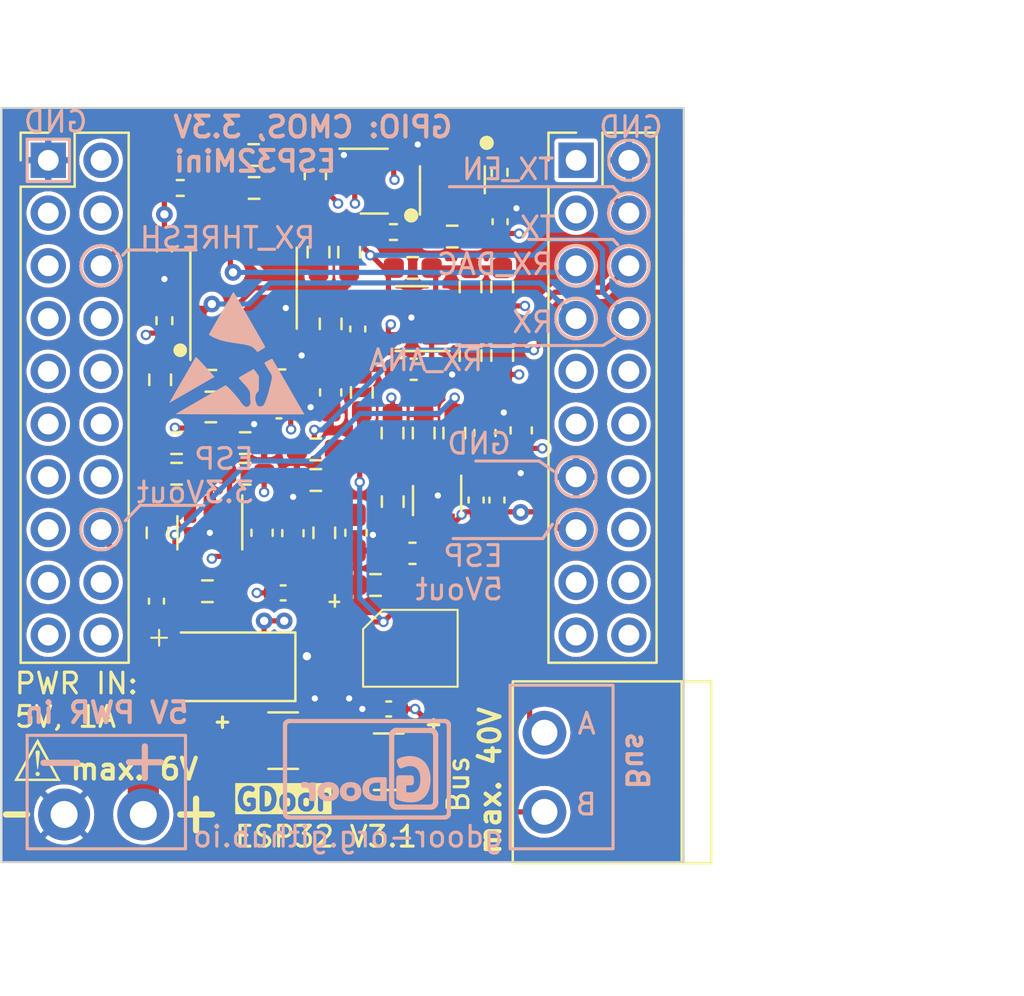
<source format=kicad_pcb>
(kicad_pcb (version 20221018) (generator pcbnew)
  (layers (0 "F.Cu" signal) (1 "In1.Cu" signal) (2 "In2.Cu" signal) (31 "B.Cu" signal) (34 "B.Paste" user) (35 "F.Paste" user) (36 "B.SilkS" user "B.Silkscreen") (37 "F.SilkS" user "F.Silkscreen") (38 "B.Mask" user) (39 "F.Mask" user) (44 "Edge.Cuts" user))
  (net 0 "")
  (net 1 "Net-(C1-Pad1)")
  (net 2 "Net-(D1-+)")
  (net 3 "GND")
  (net 4 "Net-(C2-Pad2)")
  (net 5 "+5Vonoff")
  (net 6 "Net-(U2-+)")
  (net 7 "+5V")
  (net 8 "+3.3V")
  (net 9 "Net-(U3-+)")
  (net 10 "Net-(C8-Pad2)")
  (net 11 "Net-(C10-Pad2)")
  (net 12 "Net-(J1-Pin_1)")
  (net 13 "Net-(J1-Pin_2)")
  (net 14 "Net-(Q1-B1)")
  (net 15 "Net-(Q2-B)")
  (net 16 "Net-(Q2-C)")
  (net 17 "Net-(U1--)")
  (net 18 "Net-(U2--)")
  (net 19 "/RX_THRESH")
  (net 20 "Net-(R11-Pad1)")
  (net 21 "Net-(U1-+)")
  (net 22 "/TX_EN")
  (net 23 "Net-(U3--)")
  (net 24 "/RX_DAC")
  (net 25 "Net-(U6A-+)")
  (net 26 "Net-(R24-Pad2)")
  (net 27 "Net-(U6A--)")
  (net 28 "Net-(U6B--)")
  (net 29 "/TX")
  (net 30 "/RX")
  (net 31 "Net-(U6B-+)")
  (net 32 "/RX_ANA")
  (net 62 "Net-(D2-A)")
  (footprint "Library:C_0402_1005Metric_Pad0.74x0.62mm_HandSolder" (layer "F.Cu") (at 119.888 84.5312 -90)
    (fp_text reference "C17" hide)
    (fp_text value "100n")
  )
  (footprint "Library:PinHeader_2x10_P2.54mm_Vertical" (layer "F.Cu") (at 114.3 80.264)
    (fp_text reference "J2" hide)
    (fp_text value "ESP_left")
  )
  (footprint "Library:D_SMA" (layer "F.Cu") (at 122.682 104.648 180)
    (fp_text reference "D2" hide)
    (fp_text value "SS14")
  )
  (footprint "Library:PinHeader_2x10_P2.54mm_Vertical" (layer "F.Cu") (at 139.7 80.264)
    (fp_text reference "J3" hide)
    (fp_text value "ESP_right")
  )
  (footprint "Library:R_0603_1608Metric_Pad0.98x0.95mm_HandSolder" (layer "F.Cu") (at 127.1759 94.1832 180)
    (fp_text reference "R34" hide)
    (fp_text value "0")
  )
  (footprint "Library:C_0402_1005Metric_Pad0.74x0.62mm_HandSolder" (layer "F.Cu") (at 119.507 101.4897 -90)
    (fp_text reference "C16" hide)
    (fp_text value "100n")
  )
  (footprint "Library:SOT-23" (layer "F.Cu") (at 133.7466 81.2013 90)
    (fp_text reference "Q2" hide)
    (fp_text value "MMBT2222A")
  )
  (footprint "Library:R_0603_1608Metric_Pad0.98x0.95mm_HandSolder" (layer "F.Cu") (at 130.8755 96.6978 90)
    (fp_text reference "R2" hide)
    (fp_text value "22k")
  )
  (footprint "Library:SOT-23-5" (layer "F.Cu") (at 131.8061 87.8859)
    (fp_text reference "U2" hide)
    (fp_text value "LMV321")
  )
  (footprint "Library:R_0603_1608Metric_Pad0.98x0.95mm_HandSolder" (layer "F.Cu") (at 127.889 88.138 -90)
    (fp_text reference "R10" hide)
    (fp_text value "18k")
  )
  (footprint "Library:C_0402_1005Metric_Pad0.74x0.62mm_HandSolder" (layer "F.Cu") (at 129.1937 88.3852 90)
    (fp_text reference "C6" hide)
    (fp_text value "100n")
  )
  (footprint "Library:R_0603_1608Metric_Pad0.98x0.95mm_HandSolder" (layer "F.Cu") (at 127.1759 95.6564)
    (fp_text reference "R21" hide)
    (fp_text value "4k7")
  )
  (footprint "Library:R_0603_1608Metric_Pad0.98x0.95mm_HandSolder" (layer "F.Cu") (at 129.3876 91.44 90)
    (fp_text reference "R1" hide)
    (fp_text value "130k")
  )
  (footprint "Library:R_0603_1608Metric_Pad0.98x0.95mm_HandSolder" (layer "F.Cu") (at 130.867 93.3954 -90)
    (fp_text reference "R33" hide)
    (fp_text value "18k")
  )
  (footprint "Library:R_0603_1608Metric_Pad0.98x0.95mm_HandSolder" (layer "F.Cu") (at 133.7401 83.9343)
    (fp_text reference "R9" hide)
    (fp_text value "47k")
  )
  (footprint "Library:C_0402_1005Metric_Pad0.74x0.62mm_HandSolder" (layer "F.Cu") (at 135.89 96.6216 -90)
    (fp_text reference "C11" hide)
    (fp_text value "100n")
  )
  (footprint "Library:nofoorprint" (layer "F.Cu") (at 153.543 109.3978)
    (fp_text reference "J5" hide)
    (fp_text value "Plugged into C8387")
  )
  (footprint "Library:C_0603_1608Metric_Pad1.08x0.95mm_HandSolder" (layer "F.Cu") (at 131.826 99.187)
    (fp_text reference "C1" hide)
    (fp_text value "47n")
  )
  (footprint "Library:R_0402_1005Metric_Pad0.72x0.64mm_HandSolder" (layer "F.Cu") (at 119.888 87.9856 -90)
    (fp_text reference "R29" hide)
    (fp_text value "10k")
  )
  (footprint "Library:R_0603_1608Metric_Pad0.98x0.95mm_HandSolder" (layer "F.Cu") (at 128.778 84.6855 90)
    (fp_text reference "R26" hide)
    (fp_text value "4k7")
  )
  (footprint "Library:R_0603_1608Metric_Pad0.98x0.95mm_HandSolder" (layer "F.Cu") (at 132.3656 93.3954 -90)
    (fp_text reference "R6" hide)
    (fp_text value "18k")
  )
  (footprint "Library:steckklemme2x1_1" (layer "F.Cu") (at 138.176 109.728)
    (fp_text reference "J1" hide)
    (fp_text value "PlugIn_Terminal_01x02")
  )
  (footprint "Library:C_0402_1005Metric_Pad0.74x0.62mm_HandSolder" (layer "F.Cu") (at 125.3998 92.329 180)
    (fp_text reference "C7" hide)
    (fp_text value "100n")
  )
  (footprint "Library:C_1210_3225Metric_Pad1.33x2.70mm_HandSolder" (layer "F.Cu") (at 125.603 108.204)
    (fp_text reference "C20" hide)
    (fp_text value "100u")
  )
  (footprint "Library:R_0402_1005Metric_Pad0.72x0.64mm_HandSolder" (layer "F.Cu") (at 130.9116 83.7184)
    (fp_text reference "R8" hide)
    (fp_text value "10k")
  )
  (footprint "Library:R_0603_1608Metric_Pad0.98x0.95mm_HandSolder" (layer "F.Cu") (at 124.1825 80.01 180)
    (fp_text reference "R22" hide)
    (fp_text value "18k")
  )
  (footprint "Library:C_0603_1608Metric_Pad1.08x0.95mm_HandSolder" (layer "F.Cu") (at 127.1524 81.026 -90)
    (fp_text reference "C14" hide)
    (fp_text value "10u")
  )
  (footprint "Library:R_0603_1608Metric_Pad0.98x0.95mm_HandSolder" (layer "F.Cu") (at 121.9575 101.0114)
    (fp_text reference "R15" hide)
    (fp_text value "18k")
  )
  (footprint "Library:R_0603_1608Metric_Pad0.98x0.95mm_HandSolder" (layer "F.Cu") (at 119.5597 98.1975 90)
    (fp_text reference "R14" hide)
    (fp_text value "1k")
  )
  (footprint "Library:R_0603_1608Metric_Pad0.98x0.95mm_HandSolder" (layer "F.Cu") (at 136.144 86.3619 90)
    (fp_text reference "R5" hide)
    (fp_text value "5k1")
  )
  (footprint "Library:ESP32_mini_no_pads" (layer "F.Cu") (at 114.3 80.264)
    (fp_text reference "U4" hide)
    (fp_text value "~")
  )
  (footprint "Library:R_0603_1608Metric_Pad0.98x0.95mm_HandSolder" (layer "F.Cu") (at 131.8372 85.4475)
    (fp_text reference "R12" hide)
    (fp_text value "2k4")
  )
  (footprint "Library:SOT-23-5" (layer "F.Cu") (at 122.0743 98.1975 90)
    (fp_text reference "U3" hide)
    (fp_text value "LMV321")
  )
  (footprint "Library:R_0603_1608Metric_Pad0.98x0.95mm_HandSolder" (layer "F.Cu") (at 136.144 89.6639 -90)
    (fp_text reference "R3" hide)
    (fp_text value "82k")
  )
  (footprint "Library:steckklemme2x1_dnp" (layer "F.Cu") (at 116.967 111.76 90)
    (fp_text reference "J4" hide)
    (fp_text value "PlugIn_Terminal_01x02")
  )
  (footprint "Library:C_0603_1608Metric_Pad1.08x0.95mm_HandSolder" (layer "F.Cu") (at 135.312 93.3946 -90)
    (fp_text reference "C18" hide)
    (fp_text value "100p")
  )
  (footprint "Library:R_0603_1608Metric_Pad0.98x0.95mm_HandSolder" (layer "F.Cu") (at 123.7761 93.8806 180)
    (fp_text reference "R19" hide)
    (fp_text value "82k")
  )
  (footprint "Library:C_1210_3225Metric_Pad1.33x2.70mm_HandSolder" (layer "F.Cu") (at 130.683 109.22 180)
    (fp_text reference "C19" hide)
    (fp_text value "100u")
  )
  (footprint "Library:C_0402_1005Metric_Pad0.74x0.62mm_HandSolder" (layer "F.Cu") (at 134.8887 96.6216 90)
    (fp_text reference "C3" hide)
    (fp_text value "100n")
  )
  (footprint "Library:SOT-23" (layer "F.Cu") (at 129.9851 81.2673)
    (fp_text reference "Q1" hide)
    (fp_text value "MMBT5401")
  )
  (footprint "Library:C_0603_1608Metric_Pad1.08x0.95mm_HandSolder" (layer "F.Cu") (at 137.0584 93.2688 -90)
    (fp_text reference "C12" hide)
    (fp_text value "10u")
  )
  (footprint "Library:SOT-353_SC-70-5" (layer "F.Cu") (at 133.011 96.647 -90)
    (property "Reference" "U")
    (property "Value" "TLV9351")
    (fp_text reference "U1" hide)
    (fp_text value "TLV9351")
  )
  (footprint "Library:R_0603_1608Metric_Pad0.98x0.95mm_HandSolder" (layer "F.Cu") (at 120.4741 93.8806 180)
    (fp_text reference "R17" hide)
    (fp_text value "5k1")
  )
  (footprint "Library:R_0603_1608Metric_Pad0.98x0.95mm_HandSolder" (layer "F.Cu") (at 122.1251 90.8812)
    (fp_text reference "R28" hide)
    (fp_text value "47k")
  )
  (footprint "Library:C_0603_1608Metric_Pad1.08x0.95mm_HandSolder" (layer "F.Cu") (at 131.8861 90.3243 180)
    (fp_text reference "C4" hide)
    (fp_text value "100p")
  )
  (footprint "Library:R_0603_1608Metric_Pad0.98x0.95mm_HandSolder" (layer "F.Cu") (at 130.048 100.711 180)
    (fp_text reference "R32" hide)
    (fp_text value "100k")
  )
  (footprint "Library:SOIC-8_3.9x4.9mm_P1.27mm" (layer "F.Cu") (at 123.698 86.422 90)
    (fp_text reference "U6" hide)
    (fp_text value "LM393")
  )
  (footprint "Library:R_0603_1608Metric_Pad0.98x0.95mm_HandSolder" (layer "F.Cu") (at 119.6848 90.8323 -90)
    (fp_text reference "R25" hide)
    (fp_text value "2k4")
  )
  (footprint "Library:R_0603_1608Metric_Pad0.98x0.95mm_HandSolder" (layer "F.Cu") (at 133.8388 93.3954 -90)
    (fp_text reference "R11" hide)
    (fp_text value "10k")
  )
  (footprint "Library:R_0603_1608Metric_Pad0.98x0.95mm_HandSolder" (layer "F.Cu") (at 134.62 89.6639 90)
    (fp_text reference "R4" hide)
    (fp_text value "82k")
  )
  (footprint "Library:SOIC-4_4.55x3.7mm_P2.54mm" (layer "F.Cu") (at 131.7244 103.759)
    (fp_text reference "D1" hide)
    (fp_text value "MB10S")
  )
  (footprint "Library:C_0603_1608Metric_Pad1.08x0.95mm_HandSolder" (layer "F.Cu") (at 127.889 91.44 90)
    (fp_text reference "C2" hide)
    (fp_text value "100p")
  )
  (footprint "Library:R_0603_1608Metric_Pad0.98x0.95mm_HandSolder" (layer "F.Cu") (at 122.1232 92.3544 180)
    (fp_text reference "R24" hide)
    (fp_text value "10k")
  )
  (footprint "Library:R_0603_1608Metric_Pad0.98x0.95mm_HandSolder" (layer "F.Cu") (at 127.5823 98.1964 -90)
    (fp_text reference "R20" hide)
    (fp_text value "130k")
  )
  (footprint "Library:C_0603_1608Metric_Pad1.08x0.95mm_HandSolder" (layer "F.Cu") (at 129.1063 98.1964 90)
    (fp_text reference "C10" hide)
    (fp_text value "1n")
  )
  (footprint "Library:R_0603_1608Metric_Pad0.98x0.95mm_HandSolder" (layer "F.Cu") (at 120.4741 95.3538 180)
    (fp_text reference "R16" hide)
    (fp_text value "5k1")
  )
  (footprint "Library:C_0402_1005Metric_Pad0.74x0.62mm_HandSolder" (layer "F.Cu") (at 136.0424 83.2191 90)
    (fp_text reference "C5" hide)
    (fp_text value "100n")
  )
  (footprint "Library:R_0603_1608Metric_Pad0.98x0.95mm_HandSolder" (layer "F.Cu") (at 134.62 86.3619 90)
    (fp_text reference "R7" hide)
    (fp_text value "5k1")
  )
  (footprint "Library:R_0402_1005Metric_Pad0.72x0.64mm_HandSolder" (layer "F.Cu") (at 136.017191 80.84349 -90)
    (fp_text reference "R13" hide)
    (fp_text value "10k")
  )
  (footprint "Library:R_0603_1608Metric_Pad0.98x0.95mm_HandSolder" (layer "F.Cu") (at 127.3048 84.6836 90)
    (fp_text reference "R27" hide)
    (fp_text value "4k7")
  )
  (footprint "Library:C_0402_1005Metric_Pad0.74x0.62mm_HandSolder" (layer "F.Cu") (at 130.683 106.68)
    (fp_text reference "C13" hide)
    (fp_text value "100n")
  )
  (footprint "Library:R_0402_1005Metric_Pad0.72x0.64mm_HandSolder" (layer "F.Cu") (at 120.65 81.596 180)
    (fp_text reference "R31" hide)
    (fp_text value "10k")
  )
  (footprint "Library:R_0603_1608Metric_Pad0.98x0.95mm_HandSolder" (layer "F.Cu") (at 124.206 81.596)
    (fp_text reference "R30" hide)
    (fp_text value "47k")
  )
  (footprint "Library:R_0603_1608Metric_Pad0.98x0.95mm_HandSolder" (layer "F.Cu") (at 125.4506 90.8558 180)
    (fp_text reference "R23" hide)
    (fp_text value "10k")
  )
  (footprint "Library:C_0603_1608Metric_Pad1.08x0.95mm_HandSolder" (layer "F.Cu") (at 126.0723 98.2174 -90)
    (fp_text reference "C9" hide)
    (fp_text value "100p")
  )
  (footprint "Library:C_0603_1608Metric_Pad1.08x0.95mm_HandSolder" (layer "F.Cu") (at 124.5889 98.1975 -90)
    (fp_text reference "C8" hide)
    (fp_text value "100p")
  )
  (footprint "Library:C_0402_1005Metric_Pad0.74x0.62mm_HandSolder" (layer "F.Cu") (at 125.603 101.092)
    (fp_text reference "C15" hide)
    (fp_text value "100n")
  )
  (footprint "Library:R_0603_1608Metric_Pad0.98x0.95mm_HandSolder" (layer "F.Cu") (at 123.7761 95.3538)
    (fp_text reference "R18" hide)
    (fp_text value "82k")
  )
  (footprint "Library:ESD-Logo_6.6x6mm_SilkScreen" (layer "B.Cu") (at 123.3678 89.535 180)
    (fp_text reference "S1" hide)
    (fp_text value "SYM_ESD_Small" hide)
  )
  (gr_line (start 132.91819 107.854662) (end 132.923196 107.865736) (stroke (width 0.249999)) (layer "B.SilkS"))
  (gr_line (start 133.511566 107.315015) (end 133.51889 107.321436) (stroke (width 0.20223)) (layer "B.SilkS"))
  (gr_line (start 131.022759 111.400856) (end 131.010664 111.398065) (stroke (width 0.249999)) (layer "B.SilkS"))
  (gr_line (start 130.896366 107.78627) (end 130.905048 107.777992) (stroke (width 0.249999)) (layer "B.SilkS"))
  (gr_line (start 132.718403 111.404645) (end 132.705707 111.40561) (stroke (width 0.249999)) (layer "B.SilkS"))
  (gr_line (start 125.847863 111.895436) (end 125.837585 111.892529) (stroke (width 0.20223)) (layer "B.SilkS"))
  (gr_line (start 133.57521 111.737759) (end 133.573803 111.747012) (stroke (width 0.20223)) (layer "B.SilkS"))
  (gr_line (start 132.860937 107.777992) (end 132.869619 107.78627) (stroke (width 0.249999)) (layer "B.SilkS"))
  (gr_line (start 125.749907 111.843173) (end 125.742955 111.836464) (stroke (width 0.20223)) (layer "B.SilkS"))
  (gr_line (start 130.896366 111.332712) (end 130.888088 111.32403) (stroke (width 0.249999)) (layer "B.SilkS"))
  (gr_line (start 132.931603 107.888705) (end 132.934972 107.900568) (stroke (width 0.249999)) (layer "B.SilkS"))
  (gr_line (start 130.953978 107.743221) (end 130.964757 107.7377) (stroke (width 0.249999)) (layer "B.SilkS"))
  (gr_line (start 125.736389 107.33513) (end 125.742955 107.328145) (stroke (width 0.20223)) (layer "B.SilkS"))
  (gr_line (start 140.9954 89.1794) (end 133.9342 89.1794) (stroke (width 0.15)) (layer "B.SilkS"))
  (gr_line (start 130.943509 111.369742) (end 130.933365 111.363239) (stroke (width 0.249999)) (layer "B.SilkS"))
  (gr_line (start 130.905048 111.34099) (end 130.896366 111.332712) (stroke (width 0.249999)) (layer "B.SilkS"))
  (gr_line (start 132.83262 107.755743) (end 132.842421 107.762713) (stroke (width 0.249999)) (layer "B.SilkS"))
  (gr_line (start 133.51889 107.321436) (end 133.525842 107.328145) (stroke (width 0.20223)) (layer "B.SilkS"))
  (gr_line (start 132.767185 107.724286) (end 132.778801 107.728217) (stroke (width 0.249999)) (layer "B.SilkS"))
  (gr_line (start 133.571858 107.408492) (end 133.573803 107.417597) (stroke (width 0.20223)) (layer "B.SilkS"))
  (gr_line (start 132.942517 111.1688) (end 132.941552 111.181497) (stroke (width 0.249999)) (layer "B.SilkS"))
  (gr_line (start 133.55897 107.373786) (end 133.56293 107.382182) (stroke (width 0.20223)) (layer "B.SilkS"))
  (gr_line (start 132.822476 111.369742) (end 132.812007 111.375762) (stroke (width 0.249999)) (layer "B.SilkS"))
  (gr_poly (pts (xy 126.641759 110.275839) (xy 126.634946 110.275969) (xy 126.628022 110.276186) (xy 126.620988 110.27649) (xy 126.613842 110.276881) (xy 126.606586 110.277359) (xy 126.599219 110.277923) (xy 126.591741 110.278575) (xy 126.583904 110.278965) (xy 126.576343 110.279443) (xy 126.569059 110.280007) (xy 126.562052 110.280659) (xy 126.555322 110.281397) (xy 126.548869 110.282222) (xy 126.542693 110.283134) (xy 126.536794 110.284132) (xy 126.556291 110.396677) (xy 126.562134 110.395657) (xy 126.568144 110.39468) (xy 126.57432 110.393746) (xy 126.580663 110.392856) (xy 126.593846 110.391206) (xy 126.607694 110.38973) (xy 126.614313 110.389078) (xy 126.620877 110.388514) (xy 126.627385 110.388036) (xy 126.633838 110.387646) (xy 126.640236 110.387342) (xy 126.646578 110.387125) (xy 126.652865 110.386994) (xy 126.659096 110.386951) (xy 126.668145 110.387076) (xy 126.677125 110.38745) (xy 126.686036 110.388074) (xy 126.694878 110.388948) (xy 126.70365 110.390072) (xy 126.712353 110.391445) (xy 126.720987 110.393068) (xy 126.729552 110.39494) (xy 126.738048 110.397062) (xy 126.746474 110.399434) (xy 126.754831 110.402056) (xy 126.763119 110.404927) (xy 126.771338 110.408048) (xy 126.779487 110.411418) (xy 126.787567 110.415038) (xy 126.795578 110.418908) (xy 126.803458 110.422832) (xy 126.811143 110.426962) (xy 126.818635 110.431299) (xy 126.825932 110.435842) (xy 126.833036 110.440591) (xy 126.839946 110.445546) (xy 126.846662 110.450708) (xy 126.853185 110.456075) (xy 126.859513 110.461649) (xy 126.865647 110.46743) (xy 126.871588 110.473416) (xy 126.877335 110.479609) (xy 126.882888 110.486008) (xy 126.888247 110.492613) (xy 126.893412 110.499425) (xy 126.898383 110.506443) (xy 126.902891 110.513466) (xy 126.907107 110.520641) (xy 126.911033 110.527968) (xy 126.914668 110.535447) (xy 126.918012 110.543078) (xy 126.921065 110.550861) (xy 126.923828 110.558796) (xy 126.9263 110.566883) (xy 126.928481 110.575122) (xy 126.930371 110.583513) (xy 126.93197 110.592056) (xy 126.933279 110.600751) (xy 126.934297 110.609598) (xy 126.935024 110.618597) (xy 126.93546 110.627748) (xy 126.935606 110.63705) (xy 126.935606 111.03443) (xy 127.091585 111.03443) (xy 127.091585 110.28969) (xy 126.963965 110.28969) (xy 126.94624 110.425855) (xy 126.93915 110.425855) (xy 126.933286 110.418278) (xy 126.927213 110.410832) (xy 126.920933 110.403516) (xy 126.914446 110.39633) (xy 126.90775 110.389274) (xy 126.900847 110.382348) (xy 126.893736 110.375553) (xy 126.886418 110.368888) (xy 126.878892 110.362353) (xy 126.871158 110.355949) (xy 126.863216 110.349675) (xy 126.855067 110.343531) (xy 126.84671 110.337517) (xy 126.838145 110.331634) (xy 126.829373 110.325881) (xy 126.820393 110.320258) (xy 126.811205 110.314874) (xy 126.801809 110.309837) (xy 126.792206 110.305148) (xy 126.782395 110.300806) (xy 126.772377 110.296811) (xy 126.76215 110.293164) (xy 126.751716 110.289864) (xy 126.741074 110.286911) (xy 126.730225 110.284306) (xy 126.719167 110.282048) (xy 126.707902 110.280138) (xy 126.69643 110.278575) (xy 126.684749 110.277359) (xy 126.672861 110.27649) (xy 126.660765 110.275969) (xy 126.648461 110.275796)) (stroke (width 0.156851)) (fill solid) (layer "B.SilkS"))
  (gr_line (start 130.853316 111.2751) (end 130.847795 111.264321) (stroke (width 0.249999)) (layer "B.SilkS"))
  (gr_line (start 132.705707 111.40561) (end 132.692842 111.405935) (stroke (width 0.249999)) (layer "B.SilkS"))
  (gr_line (start 132.900146 107.82327) (end 132.906649 107.833413) (stroke (width 0.249999)) (layer "B.SilkS"))
  (gr_line (start 118.872 84.582) (end 118.11 84.582) (stroke (width 0.15)) (layer "B.SilkS"))
  (gr_line (start 125.705867 111.782427) (end 125.70239 111.773837) (stroke (width 0.20223)) (layer "B.SilkS"))
  (gr_rect (start 113.284 79.248) (end 115.316 81.28) (stroke (width 0.15)) (fill none) (layer "B.SilkS"))
  (gr_line (start 130.838313 111.241894) (end 130.834382 111.230278) (stroke (width 0.249999)) (layer "B.SilkS"))
  (gr_line (start 132.767185 111.394696) (end 132.755321 111.398065) (stroke (width 0.249999)) (layer "B.SilkS"))
  (gr_line (start 125.705867 107.382182) (end 125.709828 107.373786) (stroke (width 0.20223)) (layer "B.SilkS"))
  (gr_line (start 132.893176 107.813468) (end 132.900146 107.82327) (stroke (width 0.249999)) (layer "B.SilkS"))
  (gr_line (start 130.905048 107.777992) (end 130.914119 107.770135) (stroke (width 0.249999)) (layer "B.SilkS"))
  (gr_line (start 138.0998 98.4758) (end 138.557 97.79) (stroke (width 0.15)) (layer "B.SilkS"))
  (gr_circle (center 142.24 80.264) (end 143.129 80.645) (stroke (width 0.15)) (fill none) (layer "B.SilkS"))
  (gr_line (start 125.696939 107.408492) (end 125.699409 107.399547) (stroke (width 0.20223)) (layer "B.SilkS"))
  (gr_line (start 133.56293 111.782427) (end 133.55897 111.790824) (stroke (width 0.20223)) (layer "B.SilkS"))
  (gr_line (start 118.1862 109.2454) (end 119.7102 109.2454) (stroke (width 0.3)) (layer "B.SilkS"))
  (gr_line (start 133.569388 107.399547) (end 133.571858 107.408492) (stroke (width 0.20223)) (layer "B.SilkS"))
  (gr_line (start 133.487502 111.867017) (end 133.47883 111.872171) (stroke (width 0.20223)) (layer "B.SilkS"))
  (gr_line (start 130.847795 107.854662) (end 130.853316 107.843882) (stroke (width 0.249999)) (layer "B.SilkS"))
  (gr_line (start 133.495858 107.303082) (end 133.503884 107.308893) (stroke (width 0.20223)) (layer "B.SilkS"))
  (gr_line (start 125.808205 111.881433) (end 125.798942 111.876981) (stroke (width 0.20223)) (layer "B.SilkS"))
  (gr_line (start 132.877897 111.32403) (end 132.869619 111.332712) (stroke (width 0.249999)) (layer "B.SilkS"))
  (gr_line (start 130.859336 111.28557) (end 130.853316 111.2751) (stroke (width 0.249999)) (layer "B.SilkS"))
  (gr_line (start 125.730222 111.822231) (end 125.724468 111.814729) (stroke (width 0.20223)) (layer "B.SilkS"))
  (gr_line (start 131.03507 111.403055) (end 131.022759 111.400856) (stroke (width 0.249999)) (layer "B.SilkS"))
  (gr_line (start 137.922 94.742) (end 138.6078 95.2246) (stroke (width 0.15)) (layer "B.SilkS"))
  (gr_line (start 133.571858 111.756117) (end 133.569388 111.765063) (stroke (width 0.20223)) (layer "B.SilkS"))
  (gr_line (start 133.51889 111.843173) (end 133.511566 111.849594) (stroke (width 0.20223)) (layer "B.SilkS"))
  (gr_line (start 133.388844 107.262991) (end 133.399737 107.264617) (stroke (width 0.20223)) (layer "B.SilkS"))
  (gr_line (start 132.812007 111.375762) (end 132.801228 111.381283) (stroke (width 0.249999)) (layer "B.SilkS"))
  (gr_line (start 133.451055 107.279093) (end 133.460593 107.283177) (stroke (width 0.20223)) (layer "B.SilkS"))
  (gr_circle (center 142.24 82.804) (end 143.129 83.185) (stroke (width 0.15)) (fill none) (layer "B.SilkS"))
  (gr_line (start 130.923564 111.356269) (end 130.914119 111.348848) (stroke (width 0.249999)) (layer "B.SilkS"))
  (gr_line (start 125.764913 107.308893) (end 125.772939 107.303082) (stroke (width 0.20223)) (layer "B.SilkS"))
  (gr_line (start 133.410438 107.266682) (end 133.420935 107.269173) (stroke (width 0.20223)) (layer "B.SilkS"))
  (gr_line (start 125.781295 111.867017) (end 125.772939 111.861528) (stroke (width 0.20223)) (layer "B.SilkS"))
  (gr_poly (pts (xy 131.664899 109.082396) (xy 131.630851 109.083772) (xy 131.59731 109.086066) (xy 131.564277 109.089277) (xy 131.531751 109.093406) (xy 131.499733 109.098453) (xy 131.468223 109.104417) (xy 131.43722 109.111299) (xy 131.406181 109.119015) (xy 131.375722 109.127481) (xy 131.345844 109.136699) (xy 131.316545 109.146667) (xy 131.287827 109.157385) (xy 131.259689 109.168855) (xy 131.232131 109.181075) (xy 131.205153 109.194046) (xy 131.284056 109.402249) (xy 131.306465 109.391113) (xy 131.329599 109.380395) (xy 131.353458 109.370093) (xy 131.378043 109.360208) (xy 131.403353 109.350741) (xy 131.429388 109.34169) (xy 131.456148 109.333057) (xy 131.483633 109.32484) (xy 131.511046 109.317333) (xy 131.538749 109.310826) (xy 131.566742 109.305321) (xy 131.595026 109.300817) (xy 131.623599 109.297313) (xy 131.652462 109.294811) (xy 131.681616 109.293309) (xy 131.711059 109.292809) (xy 131.747682 109.293612) (xy 131.78329 109.29602) (xy 131.817882 109.300035) (xy 131.851459 109.305655) (xy 131.884021 109.312881) (xy 131.915568 109.321712) (xy 131.946099 109.332149) (xy 131.975615 109.344193) (xy 132.004116 109.357841) (xy 132.031601 109.373096) (xy 132.058072 109.389956) (xy 132.083526 109.408422) (xy 132.107966 109.428494) (xy 132.13139 109.450171) (xy 132.153799 109.473454) (xy 132.175193 109.498343) (xy 132.195145 109.524629) (xy 132.21381 109.552104) (xy 132.231188 109.580767) (xy 132.247278 109.610619) (xy 132.262082 109.64166) (xy 132.275598 109.67389) (xy 132.287827 109.707308) (xy 132.298768 109.741914) (xy 132.308423 109.77771) (xy 132.31679 109.814694) (xy 132.32387 109.852867) (xy 132.329662 109.892228) (xy 132.334167 109.932778) (xy 132.337386 109.974517) (xy 132.339316 110.017444) (xy 132.33996 110.06156) (xy 132.338981 110.117489) (xy 132.336044 110.171834) (xy 132.331149 110.224594) (xy 132.324296 110.275769) (xy 132.315484 110.325359) (xy 132.304715 110.373364) (xy 132.298596 110.396772) (xy 132.291988 110.419784) (xy 132.28489 110.4424) (xy 132.277302 110.46462) (xy 132.268899 110.486016) (xy 132.259933 110.506828) (xy 132.250406 110.527056) (xy 132.240316 110.5467) (xy 132.229665 110.56576) (xy 132.218451 110.584237) (xy 132.206676 110.602129) (xy 132.194338 110.619438) (xy 132.181439 110.636162) (xy 132.167977 110.652303) (xy 132.153953 110.66786) (xy 132.139367 110.682833) (xy 132.12422 110.697222) (xy 132.10851 110.711027) (xy 132.092238 110.724248) (xy 132.075404 110.736886) (xy 132.057954 110.748522) (xy 132.039833 110.759408) (xy 132.021041 110.769543) (xy 132.001578 110.778927) (xy 131.981444 110.78756) (xy 131.96064 110.795443) (xy 131.939165 110.802575) (xy 131.917019 110.808956) (xy 131.894202 110.814587) (xy 131.870714 110.819467) (xy 131.846556 110.823596) (xy 131.821726 110.826974) (xy 131.796226 110.829601) (xy 131.770055 110.831478) (xy 131.743213 110.832604) (xy 131.715701 110.83298) (xy 131.68894 110.832771) (xy 131.663195 110.832146) (xy 131.638466 110.831103) (xy 131.614751 110.829643) (xy 131.592052 110.827767) (xy 131.570369 110.825473) (xy 131.5497 110.822762) (xy 131.530047 110.819633) (xy 131.511119 110.816213) (xy 131.492626 110.812626) (xy 131.474568 110.808873) (xy 131.456946 110.804952) (xy 131.439758 110.800865) (xy 131.423006 110.796611) (xy 131.406689 110.79219) (xy 131.390807 110.787602) (xy 131.390807 110.221716) (xy 131.755152 110.221716) (xy 131.755152 110.008175) (xy 131.181946 110.008175) (xy 131.181946 110.94242) (xy 131.215632 110.954682) (xy 131.249391 110.96611) (xy 131.283222 110.976703) (xy 131.317126 110.986463) (xy 131.351102 110.995388) (xy 131.38515 111.003479) (xy 131.419271 111.010737) (xy 131.453465 111.017159) (xy 131.488275 111.02279) (xy 131.524245 111.02767) (xy 131.561376 111.031799) (xy 131.599667 111.035177) (xy 131.639118 111.037804) (xy 131.67973 111.039681) (xy 131.721502 111.040807) (xy 131.764434 111.041183) (xy 131.796316 111.040724) (xy 131.827564 111.039347) (xy 131.858177 111.037053) (xy 131.888155 111.033842) (xy 131.917499 111.029713) (xy 131.946208 111.024666) (xy 131.974283 111.018702) (xy 132.001723 111.011821) (xy 132.028528 111.004021) (xy 132.054699 110.995305) (xy 132.080236 110.98567) (xy 132.105137 110.975118) (xy 132.129405 110.963649) (xy 132.153038 110.951262) (xy 132.176036 110.937957) (xy 132.198399 110.923735) (xy 132.220119 110.908334) (xy 132.241187 110.892162) (xy 132.261601 110.875219) (xy 132.281363 110.857503) (xy 132.300473 110.839016) (xy 132.318929 110.819758) (xy 132.336733 110.799728) (xy 132.353884 110.778927) (xy 132.370383 110.757353) (xy 132.386228 110.735009) (xy 132.401422 110.711892) (xy 132.415962 110.688005) (xy 132.42985 110.663345) (xy 132.443085 110.637914) (xy 132.455667 110.611712) (xy 132.467597 110.584738) (xy 132.478557 110.556731) (xy 132.488809 110.528099) (xy 132.498355 110.498841) (xy 132.507193 110.468958) (xy 132.515325 110.438449) (xy 132.522749 110.407314) (xy 132.529466 110.375554) (xy 132.535477 110.343168) (xy 132.54078 110.310157) (xy 132.545376 110.27652) (xy 132.549265 110.242257) (xy 132.552446 110.207369) (xy 132.554921 110.171855) (xy 132.556689 110.135716) (xy 132.55775 110.09895) (xy 132.558103 110.06156) (xy 132.557704 110.024503) (xy 132.556508 109.988071) (xy 132.554513 109.952266) (xy 132.551721 109.917085) (xy 132.548131 109.882531) (xy 132.543744 109.848602) (xy 132.538559 109.815299) (xy 132.532576 109.782621) (xy 132.525795 109.750569) (xy 132.518217 109.719142) (xy 132.50984 109.688341) (xy 132.500667 109.658166) (xy 132.490695 109.628616) (xy 132.479926 109.599692) (xy 132.468358 109.571394) (xy 132.455994 109.543721) (xy 132.442885 109.516747) (xy 132.429088 109.490544) (xy 132.414602 109.465113) (xy 132.399427 109.440454) (xy 132.383563 109.416566) (xy 132.36701 109.393449) (xy 132.349769 109.371105) (xy 132.331838 109.349531) (xy 132.313218 109.32873) (xy 132.293909 109.3087) (xy 132.273912 109.289441) (xy 132.253225 109.270955) (xy 132.23185 109.253239) (xy 132.209785 109.236296) (xy 132.187032 109.220124) (xy 132.163589 109.204723) (xy 132.139204 109.189854) (xy 132.114203 109.175945) (xy 132.088585 109.162995) (xy 132.06235 109.151004) (xy 132.035499 109.139972) (xy 132.008032 109.1299) (xy 131.979948 109.120787) (xy 131.951248 109.112633) (xy 131.921932 109.105439) (xy 131.891999 109.099204) (xy 131.861449 109.093928) (xy 131.830283 109.089611) (xy 131.798501 109.086254) (xy 131.766102 109.083855) (xy 131.733087 109.082416) (xy 131.699456 109.081937)) (stroke (width 0.273464)) (fill solid) (layer "B.SilkS"))
  (gr_line (start 130.834382 107.888705) (end 130.838313 107.877089) (stroke (width 0.249999)) (layer "B.SilkS"))
  (gr_circle (center 116.84 85.344) (end 117.729 85.725) (stroke (width 0.15)) (fill none) (layer "B.SilkS"))
  (gr_line (start 130.987184 111.390766) (end 130.975831 111.386289) (stroke (width 0.249999)) (layer "B.SilkS"))
  (gr_line (start 132.941552 111.181497) (end 132.939962 111.194008) (stroke (width 0.249999)) (layer "B.SilkS"))
  (gr_line (start 125.858359 111.897928) (end 125.847863 111.895436) (stroke (width 0.20223)) (layer "B.SilkS"))
  (gr_line (start 131.060278 111.40561) (end 131.047582 111.404645) (stroke (width 0.249999)) (layer "B.SilkS"))
  (gr_line (start 132.812007 107.743221) (end 132.822476 107.74924) (stroke (width 0.249999)) (layer "B.SilkS"))
  (gr_line (start 132.942842 107.963047) (end 132.942842 111.155935) (stroke (width 0.249999)) (layer "B.SilkS"))
  (gr_line (start 132.822476 107.74924) (end 132.83262 107.755743) (stroke (width 0.249999)) (layer "B.SilkS"))
  (gr_line (start 130.865839 111.295713) (end 130.859336 111.28557) (stroke (width 0.249999)) (layer "B.SilkS"))
  (gr_line (start 125.70239 111.773837) (end 125.699409 111.765063) (stroke (width 0.20223)) (layer "B.SilkS"))
  (gr_line (start 131.073143 111.405935) (end 131.060278 111.40561) (stroke (width 0.249999)) (layer "B.SilkS"))
  (gr_line (start 133.569388 111.765063) (end 133.566408 111.773837) (stroke (width 0.20223)) (layer "B.SilkS"))
  (gr_line (start 133.460593 107.283177) (end 133.469856 107.287629) (stroke (width 0.20223)) (layer "B.SilkS"))
  (gr_line (start 125.730222 107.342379) (end 125.736389 107.33513) (stroke (width 0.20223)) (layer "B.SilkS"))
  (gr_line (start 132.893176 111.305515) (end 132.885755 111.314959) (stroke (width 0.249999)) (layer "B.SilkS"))
  (gr_line (start 125.879953 107.262991) (end 125.891023 107.261816) (stroke (width 0.20223)) (layer "B.SilkS"))
  (gr_line (start 125.891023 107.261816) (end 125.902256 107.261102) (stroke (width 0.20223)) (layer "B.SilkS"))
  (gr_line (start 133.576352 111.718855) (end 133.576064 111.72837) (stroke (width 0.20223)) (layer "B.SilkS"))
  (gr_line (start 133.55454 111.799014) (end 133.549655 111.806986) (stroke (width 0.20223)) (layer "B.SilkS"))
  (gr_line (start 133.366541 111.903508) (end 133.355159 111.903748) (stroke (width 0.20223)) (layer "B.SilkS"))
  (gr_line (start 132.790154 107.732693) (end 132.801228 107.7377) (stroke (width 0.249999)) (layer "B.SilkS"))
  (gr_line (start 125.789967 107.292438) (end 125.798942 107.287629) (stroke (width 0.20223)) (layer "B.SilkS"))
  (gr_line (start 125.858359 107.266682) (end 125.86906 107.264617) (stroke (width 0.20223)) (layer "B.SilkS"))
  (gr_line (start 132.937763 111.206319) (end 132.934972 111.218414) (stroke (width 0.249999)) (layer "B.SilkS"))
  (gr_line (start 132.912669 107.843882) (end 132.91819 107.854662) (stroke (width 0.249999)) (layer "B.SilkS"))
  (gr_line (start 132.869619 107.78627) (end 132.877897 107.794953) (stroke (width 0.249999)) (layer "B.SilkS"))
  (gr_line (start 131.03507 107.715927) (end 131.047582 107.714338) (stroke (width 0.249999)) (layer "B.SilkS"))
  (gr_line (start 131.047582 111.404645) (end 131.03507 111.403055) (stroke (width 0.249999)) (layer "B.SilkS"))
  (gr_line (start 125.817742 111.885516) (end 125.808205 111.881433) (stroke (width 0.20223)) (layer "B.SilkS"))
  (gr_line (start 125.709828 111.790824) (end 125.705867 111.782427) (stroke (width 0.20223)) (layer "B.SilkS"))
  (gr_line (start 130.828222 107.912663) (end 130.831013 107.900568) (stroke (width 0.249999)) (layer "B.SilkS"))
  (gr_line (start 132.83262 111.363239) (end 132.822476 111.369742) (stroke (width 0.249999)) (layer "B.SilkS"))
  (gr_line (start 132.906649 107.833413) (end 132.912669 107.843882) (stroke (width 0.249999)) (layer "B.SilkS"))
  (gr_line (start 125.913638 111.903748) (end 125.902256 111.903508) (stroke (width 0.20223)) (layer "B.SilkS"))
  (gr_line (start 133.420935 107.269173) (end 133.431212 107.27208) (stroke (width 0.20223)) (layer "B.SilkS"))
  (gr_line (start 133.576064 111.72837) (end 133.57521 111.737759) (stroke (width 0.20223)) (layer "B.SilkS"))
  (gr_line (start 130.923564 107.762713) (end 130.933365 107.755743) (stroke (width 0.249999)) (layer "B.SilkS"))
  (gr_line (start 133.566408 111.773837) (end 133.56293 111.782427) (stroke (width 0.20223)) (layer "B.SilkS"))
  (gr_line (start 132.755321 107.720918) (end 132.767185 107.724286) (stroke (width 0.249999)) (layer "B.SilkS"))
  (gr_line (start 125.891023 111.902794) (end 125.879953 111.901618) (stroke (width 0.20223)) (layer "B.SilkS"))
  (gr_line (start 130.933365 107.755743) (end 130.943509 107.74924) (stroke (width 0.249999)) (layer "B.SilkS"))
  (gr_line (start 133.366541 107.261102) (end 133.377775 107.261816) (stroke (width 0.20223)) (layer "B.SilkS"))
  (gr_line (start 125.714258 111.799014) (end 125.709828 111.790824) (stroke (width 0.20223)) (layer "B.SilkS"))
  (gr_line (start 133.525842 111.836464) (end 133.51889 111.843173) (stroke (width 0.20223)) (layer "B.SilkS"))
  (gr_line (start 132.923196 111.253247) (end 132.91819 111.264321) (stroke (width 0.249999)) (layer "B.SilkS"))
  (gr_poly (pts (xy 128.832076 110.275974) (xy 128.816276 110.276512) (xy 128.800725 110.277407) (xy 128.785423 110.278661) (xy 128.770371 110.280273) (xy 128.755568 110.282243) (xy 128.741014 110.284572) (xy 128.726709 110.287258) (xy 128.712654 110.290303) (xy 128.698848 110.293706) (xy 128.685291 110.297467) (xy 128.671984 110.301587) (xy 128.658925 110.306065) (xy 128.646116 110.310901) (xy 128.633557 110.316095) (xy 128.621246 110.321647) (xy 128.609012 110.327367) (xy 128.597123 110.333414) (xy 128.585581 110.339786) (xy 128.574386 110.346483) (xy 128.563536 110.353506) (xy 128.553033 110.360855) (xy 128.542875 110.36853) (xy 128.533064 110.37653) (xy 128.523599 110.384856) (xy 128.514481 110.393507) (xy 128.505708 110.402484) (xy 128.497282 110.411787) (xy 128.489202 110.421415) (xy 128.481468 110.431369) (xy 128.47408 110.441649) (xy 128.467039 110.452255) (xy 128.460171 110.463001) (xy 128.453745 110.474051) (xy 128.447763 110.485406) (xy 128.442224 110.497064) (xy 128.437128 110.509026) (xy 128.432476 110.521292) (xy 128.428266 110.533862) (xy 128.424499 110.546736) (xy 128.421176 110.559914) (xy 128.418296 110.573396) (xy 128.415858 110.587182) (xy 128.413864 110.601272) (xy 128.412313 110.615665) (xy 128.411205 110.630363) (xy 128.410541 110.645365) (xy 128.410319 110.66067) (xy 128.41079 110.683444) (xy 128.412202 110.705567) (xy 128.414557 110.727038) (xy 128.417852 110.747858) (xy 128.42209 110.768027) (xy 128.427269 110.787544) (xy 128.433389 110.80641) (xy 128.440452 110.824625) (xy 128.448456 110.842188) (xy 128.457401 110.8591) (xy 128.467288 110.875361) (xy 128.478117 110.89097) (xy 128.489888 110.905929) (xy 128.5026 110.920236) (xy 128.516253 110.933891) (xy 128.530849 110.946895) (xy 128.546026 110.959178) (xy 128.561867 110.970668) (xy 128.578374 110.981365) (xy 128.595545 110.99127) (xy 128.613381 111.000383) (xy 128.631881 111.008703) (xy 128.651046 111.016231) (xy 128.670876 111.022967) (xy 128.69137 111.02891) (xy 128.712529 111.034061) (xy 128.734353 111.038419) (xy 128.756842 111.041985) (xy 128.779995 111.044758) (xy 128.803813 111.04674) (xy 128.828296 111.047928) (xy 128.853443 111.048324) (xy 128.86907 111.048151) (xy 128.884489 111.04763) (xy 128.899701 111.046761) (xy 128.914705 111.045545) (xy 128.929501 111.043982) (xy 128.944089 111.042072) (xy 128.95847 111.039814) (xy 128.972643 111.037209) (xy 128.986609 111.034256) (xy 129.000366 111.030956) (xy 129.013916 111.027309) (xy 129.027258 111.023314) (xy 129.040392 111.018972) (xy 129.053319 111.014283) (xy 129.066038 111.009246) (xy 129.078549 111.003862) (xy 129.090576 110.997973) (xy 129.102284 110.99177) (xy 129.113674 110.985251) (xy 129.124745 110.978418) (xy 129.135498 110.97127) (xy 129.145932 110.963807) (xy 129.156048 110.956029) (xy 129.165845 110.947937) (xy 129.175324 110.93953) (xy 129.184484 110.930808) (xy 129.193326 110.921771) (xy 129.201849 110.91242) (xy 129.210054 110.902753) (xy 129.21794 110.892772) (xy 129.225508 110.882476) (xy 129.232757 110.871865) (xy 129.239625 110.860782) (xy 129.24605 110.849417) (xy 129.252032 110.83777) (xy 129.257571 110.82584) (xy 129.262667 110.813628) (xy 129.26732 110.801134) (xy 129.27153 110.788358) (xy 129.275296 110.775299) (xy 129.27862 110.761958) (xy 129.2815 110.748335) (xy 129.283937 110.73443) (xy 129.285931 110.720243) (xy 129.287482 110.705773) (xy 129.28859 110.691021) (xy 129.289255 110.675987) (xy 129.289476 110.66067) (xy 129.12818 110.66067) (xy 129.127923 110.676958) (xy 129.127155 110.692823) (xy 129.125874 110.708264) (xy 129.124081 110.723282) (xy 129.121775 110.737877) (xy 129.118957 110.752048) (xy 129.115627 110.765796) (xy 129.111784 110.77912) (xy 129.107429 110.792022) (xy 129.102562 110.804499) (xy 129.097182 110.816554) (xy 129.09129 110.828185) (xy 129.084885 110.839393) (xy 129.077969 110.850177) (xy 129.070539 110.860538) (xy 129.062598 110.870476) (xy 129.053874 110.87973) (xy 129.04454 110.888387) (xy 129.034598 110.896447) (xy 129.024046 110.90391) (xy 129.012884 110.910775) (xy 129.001114 110.917044) (xy 128.988734 110.922716) (xy 128.975745 110.927791) (xy 128.962147 110.932268) (xy 128.947939 110.936149) (xy 128.933122 110.939433) (xy 128.917696 110.942119) (xy 128.901661 110.944209) (xy 128.885016 110.945701) (xy 128.867762 110.946597) (xy 128.849898 110.946895) (xy 128.832249 110.946597) (xy 128.815196 110.945701) (xy 128.798738 110.944209) (xy 128.782876 110.942119) (xy 128.767609 110.939433) (xy 128.752937 110.936149) (xy 128.738861 110.932268) (xy 128.72538 110.927791) (xy 128.712495 110.922716) (xy 128.700205 110.917044) (xy 128.688511 110.910775) (xy 128.677412 110.90391) (xy 128.666909 110.896447) (xy 128.657001 110.888387) (xy 128.647688 110.87973) (xy 128.638971 110.870476) (xy 128.630815 110.860538) (xy 128.623185 110.850177) (xy 128.616081 110.839393) (xy 128.609503 110.828185) (xy 128.603452 110.816554) (xy 128.597927 110.804499) (xy 128.592928 110.792022) (xy 128.588455 110.77912) (xy 128.584509 110.765796) (xy 128.581088 110.752048) (xy 128.578194 110.737877) (xy 128.575826 110.723282) (xy 128.573984 110.708264) (xy 128.572669 110.692823) (xy 128.57188 110.676958) (xy 128.571616 110.66067) (xy 128.57188 110.644393) (xy 128.572669 110.628561) (xy 128.573984 110.613174) (xy 128.575826 110.598233) (xy 128.578194 110.583736) (xy 128.581088 110.569684) (xy 128.584509 110.556077) (xy 128.588455 110.542916) (xy 128.592928 110.530199) (xy 128.597927 110.517928) (xy 128.603452 110.506101) (xy 128.609503 110.49472) (xy 128.616081 110.483783) (xy 128.623185 110.473292) (xy 128.630815 110.463245) (xy 128.638971 110.453644) (xy 128.647695 110.444558) (xy 128.657028 110.436059) (xy 128.666971 110.428146) (xy 128.677523 110.420819) (xy 128.688684 110.414078) (xy 128.700455 110.407923) (xy 128.712834 110.402354) (xy 128.725823 110.397372) (xy 128.739422 110.392975) (xy 128.753629 110.389165) (xy 128.768446 110.385941) (xy 128.783873 110.383303) (xy 128.799908 110.381252) (xy 128.816553 110.379786) (xy 128.833807 110.378907) (xy 128.851671 110.378614) (xy 128.869527 110.378907) (xy 128.88676 110.379786) (xy 128.903371 110.381252) (xy 128.919358 110.383303) (xy 128.934721 110.385941) (xy 128.949462 110.389165) (xy 128.96358 110.392975) (xy 128.977074 110.397372) (xy 128.989946 110.402354) (xy 129.002194 110.407923) (xy 129.013819 110.414078) (xy 129.024821 110.420819) (xy 129.0352 110.428146) (xy 129.044956 110.436059) (xy 129.054088 110.444558) (xy 129.062598 110.453644) (xy 129.070539 110.463245) (xy 129.077969 110.473292) (xy 129.084885 110.483783) (xy 129.09129 110.49472) (xy 129.097182 110.506101) (xy 129.102562 110.517928) (xy 129.107429 110.530199) (xy 129.111784 110.542916) (xy 129.115627 110.556077) (xy 129.118957 110.569684) (xy 129.121775 110.583736) (xy 129.124081 110.598233) (xy 129.125874 110.613174) (xy 129.127155 110.628561) (xy 129.127923 110.644393) (xy 129.12818 110.66067) (xy 129.289476 110.66067) (xy 129.289013 110.637902) (xy 129.287621 110.615796) (xy 129.285301 110.594352) (xy 129.282054 110.57357) (xy 129.277879 110.55345) (xy 129.272776 110.533992) (xy 129.266746 110.515197) (xy 129.259787 110.497064) (xy 129.251901 110.479593) (xy 129.243087 110.462784) (xy 129.233345 110.446637) (xy 129.222675 110.431152) (xy 129.211078 110.41633) (xy 129.198553 110.402169) (xy 129.1851 110.388671) (xy 129.170719 110.375835) (xy 129.155542 110.363721) (xy 129.139701 110.352388) (xy 129.123194 110.341837) (xy 129.106023 110.332068) (xy 129.088187 110.32308) (xy 129.069687 110.314873) (xy 129.050522 110.307448) (xy 129.030692 110.300805) (xy 129.010198 110.294944) (xy 128.989038 110.289863) (xy 128.967215 110.285565) (xy 128.944726 110.282048) (xy 128.921573 110.279312) (xy 128.897755 110.277358) (xy 128.873272 110.276186) (xy 128.848125 110.275795)) (stroke (width 0.156851)) (fill solid) (layer "B.SilkS"))
  (gr_line (start 132.743226 107.718126) (end 132.755321 107.720918) (stroke (width 0.249999)) (layer "B.SilkS"))
  (gr_line (start 130.859336 107.833413) (end 130.865839 107.82327) (stroke (width 0.249999)) (layer "B.SilkS"))
  (gr_line (start 125.724468 111.814729) (end 125.719142 111.806986) (stroke (width 0.20223)) (layer "B.SilkS"))
  (gr_line (start 133.549655 111.806986) (end 133.544329 111.814729) (stroke (width 0.20223)) (layer "B.SilkS"))
  (gr_line (start 125.742955 111.836464) (end 125.736389 111.82948) (stroke (width 0.20223)) (layer "B.SilkS"))
  (gr_line (start 125.749907 107.321436) (end 125.757231 107.315015) (stroke (width 0.20223)) (layer "B.SilkS"))
  (gr_line (start 133.388844 111.901618) (end 133.377775 111.902794) (stroke (width 0.20223)) (layer "B.SilkS"))
  (gr_line (start 132.927672 107.877089) (end 132.931603 107.888705) (stroke (width 0.249999)) (layer "B.SilkS"))
  (gr_line (start 130.828222 111.206319) (end 130.826023 111.194008) (stroke (width 0.249999)) (layer "B.SilkS"))
  (gr_line (start 132.851866 111.348848) (end 132.842421 111.356269) (stroke (width 0.249999)) (layer "B.SilkS"))
  (gr_line (start 130.834382 111.230278) (end 130.831013 111.218414) (stroke (width 0.249999)) (layer "B.SilkS"))
  (gr_line (start 125.837585 111.892529) (end 125.82754 111.889219) (stroke (width 0.20223)) (layer "B.SilkS"))
  (gr_line (start 132.885755 111.314959) (end 132.877897 111.32403) (stroke (width 0.249999)) (layer "B.SilkS"))
  (gr_line (start 125.817742 107.279093) (end 125.82754 107.275391) (stroke (width 0.20223)) (layer "B.SilkS"))
  (gr_line (start 125.696939 111.756117) (end 125.694994 111.747012) (stroke (width 0.20223)) (layer "B.SilkS"))
  (gr_line (start 130.865839 107.82327) (end 130.872809 107.813468) (stroke (width 0.249999)) (layer "B.SilkS"))
  (gr_line (start 130.842789 111.253247) (end 130.838313 111.241894) (stroke (width 0.249999)) (layer "B.SilkS"))
  (gr_line (start 125.692733 107.43624) (end 125.693587 107.42685) (stroke (width 0.20223)) (layer "B.SilkS"))
  (gr_line (start 133.525842 107.328145) (end 133.532409 107.33513) (stroke (width 0.20223)) (layer "B.SilkS"))
  (gr_line (start 141.478 81.534) (end 133.604 81.534) (stroke (width 0.15)) (layer "B.SilkS"))
  (gr_line (start 131.022759 107.718126) (end 131.03507 107.715927) (stroke (width 0.249999)) (layer "B.SilkS"))
  (gr_line (start 132.900146 111.295713) (end 132.893176 111.305515) (stroke (width 0.249999)) (layer "B.SilkS"))
  (gr_line (start 125.837585 107.27208) (end 125.847863 107.269173) (stroke (width 0.20223)) (layer "B.SilkS"))
  (gr_line (start 133.377775 111.902794) (end 133.366541 111.903508) (stroke (width 0.20223)) (layer "B.SilkS"))
  (gr_line (start 130.823468 107.950182) (end 130.824433 107.937486) (stroke (width 0.249999)) (layer "B.SilkS"))
  (gr_line (start 133.420935 111.895436) (end 133.410438 111.897928) (stroke (width 0.20223)) (layer "B.SilkS"))
  (gr_line (start 125.757231 107.315015) (end 125.764913 107.308893) (stroke (width 0.20223)) (layer "B.SilkS"))
  (gr_line (start 132.842421 107.762713) (end 132.851866 107.770135) (stroke (width 0.249999)) (layer "B.SilkS"))
  (gr_line (start 133.503884 107.308893) (end 133.511566 107.315015) (stroke (width 0.20223)) (layer "B.SilkS"))
  (gr_line (start 132.937763 107.912663) (end 132.939962 107.924974) (stroke (width 0.249999)) (layer "B.SilkS"))
  (gr_poly (pts (xy 127.759718 110.275974) (xy 127.743918 110.276512) (xy 127.728367 110.277407) (xy 127.713065 110.278661) (xy 127.698013 110.280273) (xy 127.683209 110.282243) (xy 127.668656 110.284572) (xy 127.654351 110.287258) (xy 127.640296 110.290303) (xy 127.626489 110.293706) (xy 127.612933 110.297467) (xy 127.599625 110.301587) (xy 127.586567 110.306065) (xy 127.573758 110.310901) (xy 127.561198 110.316095) (xy 127.548888 110.321647) (xy 127.536653 110.327367) (xy 127.524765 110.333414) (xy 127.513223 110.339786) (xy 127.502027 110.346483) (xy 127.491177 110.353506) (xy 127.480674 110.360855) (xy 127.470517 110.36853) (xy 127.460706 110.37653) (xy 127.451241 110.384856) (xy 127.442122 110.393507) (xy 127.43335 110.402484) (xy 127.424923 110.411787) (xy 127.416843 110.421415) (xy 127.409109 110.431369) (xy 127.401722 110.441649) (xy 127.39468 110.452255) (xy 127.387812 110.463001) (xy 127.381386 110.474051) (xy 127.375404 110.485406) (xy 127.369865 110.497064) (xy 127.364769 110.509026) (xy 127.360117 110.521292) (xy 127.355907 110.533862) (xy 127.35214 110.546736) (xy 127.348817 110.559914) (xy 127.345937 110.573396) (xy 127.3435 110.587182) (xy 127.341505 110.601272) (xy 127.339955 110.615665) (xy 127.338847 110.630363) (xy 127.338182 110.645365) (xy 127.337961 110.66067) (xy 127.338431 110.683444) (xy 127.339844 110.705567) (xy 127.342198 110.727038) (xy 127.345494 110.747858) (xy 127.349731 110.768027) (xy 127.35491 110.787544) (xy 127.361031 110.80641) (xy 127.368093 110.824625) (xy 127.376097 110.842188) (xy 127.385042 110.8591) (xy 127.39493 110.875361) (xy 127.405758 110.89097) (xy 127.417529 110.905929) (xy 127.430241 110.920236) (xy 127.443895 110.933891) (xy 127.45849 110.946895) (xy 127.473667 110.959178) (xy 127.489509 110.970668) (xy 127.506015 110.981365) (xy 127.523186 110.99127) (xy 127.541022 111.000383) (xy 127.559522 111.008703) (xy 127.578688 111.016231) (xy 127.598517 111.022967) (xy 127.619012 111.02891) (xy 127.640171 111.034061) (xy 127.661995 111.038419) (xy 127.684483 111.041985) (xy 127.707637 111.044758) (xy 127.731454 111.04674) (xy 127.755937 111.047928) (xy 127.781084 111.048324) (xy 127.796711 111.048151) (xy 127.812131 111.04763) (xy 127.827342 111.046761) (xy 127.842346 111.045545) (xy 127.857143 111.043982) (xy 127.871731 111.042072) (xy 127.886112 111.039814) (xy 127.900285 111.037209) (xy 127.91425 111.034256) (xy 127.928008 111.030956) (xy 127.941558 111.027309) (xy 127.9549 111.023314) (xy 127.968035 111.018972) (xy 127.980961 111.014283) (xy 127.99368 111.009246) (xy 128.006192 111.003862) (xy 128.018218 110.997973) (xy 128.029926 110.99177) (xy 128.041316 110.985251) (xy 128.052387 110.978418) (xy 128.06314 110.97127) (xy 128.073574 110.963807) (xy 128.08369 110.956029) (xy 128.093487 110.947937) (xy 128.102965 110.93953) (xy 128.112126 110.930808) (xy 128.120967 110.921771) (xy 128.12949 110.91242) (xy 128.137695 110.902753) (xy 128.145581 110.892772) (xy 128.153149 110.882476) (xy 128.160398 110.871865) (xy 128.167267 110.860782) (xy 128.173692 110.849417) (xy 128.179674 110.83777) (xy 128.185213 110.82584) (xy 128.190309 110.813628) (xy 128.194962 110.801134) (xy 128.199172 110.788358) (xy 128.202938 110.775299) (xy 128.206261 110.761958) (xy 128.209142 110.748335) (xy 128.211579 110.73443) (xy 128.213573 110.720243) (xy 128.215124 110.705773) (xy 128.216232 110.691021) (xy 128.216896 110.675987) (xy 128.217118 110.66067) (xy 128.055821 110.66067) (xy 128.055564 110.676958) (xy 128.054796 110.692823) (xy 128.053515 110.708264) (xy 128.051722 110.723282) (xy 128.049416 110.737877) (xy 128.046598 110.752048) (xy 128.043268 110.765796) (xy 128.039425 110.77912) (xy 128.03507 110.792022) (xy 128.030203 110.804499) (xy 128.024823 110.816554) (xy 128.018931 110.828185) (xy 128.012526 110.839393) (xy 128.005609 110.850177) (xy 127.99818 110.860538) (xy 127.990238 110.870476) (xy 127.981514 110.87973) (xy 127.972181 110.888387) (xy 127.962239 110.896447) (xy 127.951687 110.90391) (xy 127.940526 110.910775) (xy 127.928755 110.917044) (xy 127.916376 110.922716) (xy 127.903387 110.927791) (xy 127.889788 110.932268) (xy 127.875581 110.936149) (xy 127.860764 110.939433) (xy 127.845338 110.942119) (xy 127.829302 110.944209) (xy 127.812657 110.945701) (xy 127.795403 110.946597) (xy 127.77754 110.946895) (xy 127.759891 110.946597) (xy 127.742838 110.945701) (xy 127.72638 110.944209) (xy 127.710517 110.942119) (xy 127.69525 110.939433) (xy 127.680579 110.936149) (xy 127.666503 110.932268) (xy 127.653022 110.927791) (xy 127.640137 110.922716) (xy 127.627847 110.917044) (xy 127.616152 110.910775) (xy 127.605054 110.90391) (xy 127.59455 110.896447) (xy 127.584642 110.888387) (xy 127.57533 110.87973) (xy 127.566613 110.870476) (xy 127.558457 110.860538) (xy 127.550827 110.850177) (xy 127.543723 110.839393) (xy 127.537145 110.828185) (xy 127.531094 110.816554) (xy 127.525569 110.804499) (xy 127.52057 110.792022) (xy 127.516097 110.77912) (xy 127.51215 110.765796) (xy 127.50873 110.752048) (xy 127.505836 110.737877) (xy 127.503468 110.723282) (xy 127.501626 110.708264) (xy 127.500311 110.692823) (xy 127.499521 110.676958) (xy 127.499258 110.66067) (xy 127.499521 110.644393) (xy 127.500311 110.628561) (xy 127.501626 110.613174) (xy 127.503468 110.598233) (xy 127.505836 110.583736) (xy 127.50873 110.569684) (xy 127.51215 110.556077) (xy 127.516097 110.542916) (xy 127.52057 110.530199) (xy 127.525569 110.517928) (xy 127.531094 110.506101) (xy 127.537145 110.49472) (xy 127.543723 110.483783) (xy 127.550827 110.473292) (xy 127.558457 110.463245) (xy 127.566613 110.453644) (xy 127.575337 110.444558) (xy 127.58467 110.436059) (xy 127.594612 110.428146) (xy 127.605164 110.420819) (xy 127.616325 110.414078) (xy 127.628096 110.407923) (xy 127.640476 110.402354) (xy 127.653465 110.397372) (xy 127.667063 110.392975) (xy 127.681271 110.389165) (xy 127.696088 110.385941) (xy 127.711514 110.383303) (xy 127.727549 110.381252) (xy 127.744194 110.379786) (xy 127.761448 110.378907) (xy 127.779312 110.378614) (xy 127.797168 110.378907) (xy 127.814402 110.379786) (xy 127.831012 110.381252) (xy 127.846999 110.383303) (xy 127.862363 110.385941) (xy 127.877104 110.389165) (xy 127.891221 110.392975) (xy 127.904716 110.397372) (xy 127.917587 110.402354) (xy 127.929835 110.407923) (xy 127.94146 110.414078) (xy 127.952462 110.420819) (xy 127.962841 110.428146) (xy 127.972596 110.436059) (xy 127.981729 110.444558) (xy 127.990238 110.453644) (xy 127.99818 110.463245) (xy 128.005609 110.473292) (xy 128.012526 110.483783) (xy 128.018931 110.49472) (xy 128.024823 110.506101) (xy 128.030203 110.517928) (xy 128.03507 110.530199) (xy 128.039425 110.542916) (xy 128.043268 110.556077) (xy 128.046598 110.569684) (xy 128.049416 110.583736) (xy 128.051722 110.598233) (xy 128.053515 110.613174) (xy 128.054796 110.628561) (xy 128.055564 110.644393) (xy 128.055821 110.66067) (xy 128.217118 110.66067) (xy 128.216654 110.637902) (xy 128.215262 110.615796) (xy 128.212943 110.594352) (xy 128.209695 110.57357) (xy 128.20552 110.55345) (xy 128.200418 110.533992) (xy 128.194387 110.515197) (xy 128.187429 110.497064) (xy 128.179542 110.479593) (xy 128.170728 110.462784) (xy 128.160987 110.446637) (xy 128.150317 110.431152) (xy 128.13872 110.41633) (xy 128.126194 110.402169) (xy 128.112741 110.388671) (xy 128.098361 110.375835) (xy 128.083184 110.363721) (xy 128.067342 110.352388) (xy 128.050836 110.341837) (xy 128.033665 110.332068) (xy 128.015829 110.32308) (xy 127.997329 110.314873) (xy 127.978164 110.307448) (xy 127.958334 110.300805) (xy 127.93784 110.294944) (xy 127.916681 110.289863) (xy 127.894857 110.285565) (xy 127.872368 110.282048) (xy 127.849215 110.279312) (xy 127.825397 110.277358) (xy 127.800914 110.276186) (xy 127.775767 110.275795)) (stroke (width 0.156851)) (fill solid) (layer "B.SilkS"))
  (gr_line (start 130.872809 111.305515) (end 130.865839 111.295713) (stroke (width 0.249999)) (layer "B.SilkS"))
  (gr_line (start 130.826023 107.924974) (end 130.828222 107.912663) (stroke (width 0.249999)) (layer "B.SilkS"))
  (gr_line (start 131.010664 111.398065) (end 130.9988 111.394696) (stroke (width 0.249999)) (layer "B.SilkS"))
  (gr_line (start 130.943509 107.74924) (end 130.953978 107.743221) (stroke (width 0.249999)) (layer "B.SilkS"))
  (gr_line (start 133.532409 107.33513) (end 133.538576 107.342379) (stroke (width 0.20223)) (layer "B.SilkS"))
  (gr_line (start 133.503884 111.855716) (end 133.495858 111.861528) (stroke (width 0.20223)) (layer "B.SilkS"))
  (gr_line (start 133.431212 107.27208) (end 133.441257 107.275391) (stroke (width 0.20223)) (layer "B.SilkS"))
  (gr_line (start 133.495858 111.861528) (end 133.487502 111.867017) (stroke (width 0.20223)) (layer "B.SilkS"))
  (gr_line (start 141.5796 88.8238) (end 140.9954 89.1794) (stroke (width 0.15)) (layer "B.SilkS"))
  (gr_line (start 132.692842 111.405935) (end 131.073143 111.405935) (stroke (width 0.249999)) (layer "B.SilkS"))
  (gr_line (start 132.941552 107.937486) (end 132.942517 107.950182) (stroke (width 0.249999)) (layer "B.SilkS"))
  (gr_line (start 132.730915 107.715927) (end 132.743226 107.718126) (stroke (width 0.249999)) (layer "B.SilkS"))
  (gr_line (start 130.888088 111.32403) (end 130.880231 111.314959) (stroke (width 0.249999)) (layer "B.SilkS"))
  (gr_line (start 125.86906 111.899992) (end 125.858359 111.897928) (stroke (width 0.20223)) (layer "B.SilkS"))
  (gr_line (start 130.975831 107.732693) (end 130.987184 107.728217) (stroke (width 0.249999)) (layer "B.SilkS"))
  (gr_line (start 132.934972 111.218414) (end 132.931603 111.230278) (stroke (width 0.249999)) (layer "B.SilkS"))
  (gr_line (start 132.885755 107.804024) (end 132.893176 107.813468) (stroke (width 0.249999)) (layer "B.SilkS"))
  (gr_circle (center 116.84 98.044) (end 117.729 98.425) (stroke (width 0.15)) (fill none) (layer "B.SilkS"))
  (gr_line (start 133.7818 98.4758) (end 138.0998 98.4758) (stroke (width 0.15)) (layer "B.SilkS"))
  (gr_line (start 132.927672 111.241894) (end 132.923196 111.253247) (stroke (width 0.249999)) (layer "B.SilkS"))
  (gr_line (start 132.801228 111.381283) (end 132.790154 111.386289) (stroke (width 0.249999)) (layer "B.SilkS"))
  (gr_line (start 130.831013 111.218414) (end 130.828222 111.206319) (stroke (width 0.249999)) (layer "B.SilkS"))
  (gr_line (start 132.942842 111.155935) (end 132.942517 111.1688) (stroke (width 0.249999)) (layer "B.SilkS"))
  (gr_line (start 132.942517 107.950182) (end 132.942842 107.963047) (stroke (width 0.249999)) (layer "B.SilkS"))
  (gr_line (start 125.772939 111.861528) (end 125.764913 111.855716) (stroke (width 0.20223)) (layer "B.SilkS"))
  (gr_line (start 125.764913 111.855716) (end 125.757231 111.849594) (stroke (width 0.20223)) (layer "B.SilkS"))
  (gr_line (start 134.874 94.742) (end 137.922 94.742) (stroke (width 0.15)) (layer "B.SilkS"))
  (gr_line (start 130.824433 111.181497) (end 130.823468 111.1688) (stroke (width 0.249999)) (layer "B.SilkS"))
  (gr_line (start 130.953978 111.375762) (end 130.943509 111.369742) (stroke (width 0.249999)) (layer "B.SilkS"))
  (gr_line (start 133.544329 111.814729) (end 133.538576 111.822231) (stroke (width 0.20223)) (layer "B.SilkS"))
  (gr_line (start 130.831013 107.900568) (end 130.834382 107.888705) (stroke (width 0.249999)) (layer "B.SilkS"))
  (gr_line (start 125.736389 111.82948) (end 125.730222 111.822231) (stroke (width 0.20223)) (layer "B.SilkS"))
  (gr_line (start 125.798942 107.287629) (end 125.808205 107.283177) (stroke (width 0.20223)) (layer "B.SilkS"))
  (gr_line (start 125.693587 107.42685) (end 125.694994 107.417597) (stroke (width 0.20223)) (layer "B.SilkS"))
  (gr_line (start 133.538576 111.822231) (end 133.532409 111.82948) (stroke (width 0.20223)) (layer "B.SilkS"))
  (gr_line (start 133.441257 111.889219) (end 133.431212 111.892529) (stroke (width 0.20223)) (layer "B.SilkS"))
  (gr_line (start 133.576352 107.445754) (end 133.576352 111.718855) (stroke (width 0.20223)) (layer "B.SilkS"))
  (gr_line (start 125.719142 107.357623) (end 125.724468 107.34988) (stroke (width 0.20223)) (layer "B.SilkS"))
  (gr_line (start 131.073143 107.713047) (end 132.692842 107.713047) (stroke (width 0.249999)) (layer "B.SilkS"))
  (gr_line (start 130.9988 107.724286) (end 131.010664 107.720918) (stroke (width 0.249999)) (layer "B.SilkS"))
  (gr_line (start 125.772939 107.303082) (end 125.781295 107.297593) (stroke (width 0.20223)) (layer "B.SilkS"))
  (gr_line (start 125.699409 107.399547) (end 125.70239 107.390773) (stroke (width 0.20223)) (layer "B.SilkS"))
  (gr_line (start 133.355159 111.903748) (end 125.913638 111.903748) (stroke (width 0.20223)) (layer "B.SilkS"))
  (gr_line (start 125.694994 111.747012) (end 125.693587 111.737759) (stroke (width 0.20223)) (layer "B.SilkS"))
  (gr_line (start 125.902256 107.261102) (end 125.913638 107.260861) (stroke (width 0.20223)) (layer "B.SilkS"))
  (gr_line (start 125.694994 107.417597) (end 125.696939 107.408492) (stroke (width 0.20223)) (layer "B.SilkS"))
  (gr_line (start 130.933365 111.363239) (end 130.923564 111.356269) (stroke (width 0.249999)) (layer "B.SilkS"))
  (gr_line (start 130.824433 107.937486) (end 130.826023 107.924974) (stroke (width 0.249999)) (layer "B.SilkS"))
  (gr_line (start 132.718403 107.714338) (end 132.730915 107.715927) (stroke (width 0.249999)) (layer "B.SilkS"))
  (gr_line (start 133.47883 111.872171) (end 133.469856 111.876981) (stroke (width 0.20223)) (layer "B.SilkS"))
  (gr_line (start 132.842421 111.356269) (end 132.83262 111.363239) (stroke (width 0.249999)) (layer "B.SilkS"))
  (gr_line (start 130.842789 107.865736) (end 130.847795 107.854662) (stroke (width 0.249999)) (layer "B.SilkS"))
  (gr_circle (center 142.24 87.884) (end 143.129 88.265) (stroke (width 0.15)) (fill none) (layer "B.SilkS"))
  (gr_rect (start 136.525 105.537) (end 141.478 113.411) (stroke (width 0.15)) (fill none) (layer "B.SilkS"))
  (gr_line (start 125.781295 107.297593) (end 125.789967 107.292438) (stroke (width 0.20223)) (layer "B.SilkS"))
  (gr_line (start 118.7196 96.8756) (end 118.0084 97.6122) (stroke (width 0.15)) (layer "B.SilkS"))
  (gr_line (start 132.939962 107.924974) (end 132.941552 107.937486) (stroke (width 0.249999)) (layer "B.SilkS"))
  (gr_line (start 141.732 81.8134) (end 141.478 81.534) (stroke (width 0.15)) (layer "B.SilkS"))
  (gr_line (start 130.964757 107.7377) (end 130.975831 107.732693) (stroke (width 0.249999)) (layer "B.SilkS"))
  (gr_circle (center 139.7 98.044) (end 140.589 98.425) (stroke (width 0.15)) (fill none) (layer "B.SilkS"))
  (gr_rect (start 113.284 107.95) (end 120.904 113.411) (stroke (width 0.15)) (fill none) (layer "B.SilkS"))
  (gr_line (start 125.714258 107.365595) (end 125.719142 107.357623) (stroke (width 0.20223)) (layer "B.SilkS"))
  (gr_line (start 132.778801 107.728217) (end 132.790154 107.732693) (stroke (width 0.249999)) (layer "B.SilkS"))
  (gr_line (start 133.451055 111.885516) (end 133.441257 111.889219) (stroke (width 0.20223)) (layer "B.SilkS"))
  (gr_line (start 130.9988 111.394696) (end 130.987184 111.390766) (stroke (width 0.249999)) (layer "B.SilkS"))
  (gr_line (start 130.823143 111.155935) (end 130.823143 107.963047) (stroke (width 0.249999)) (layer "B.SilkS"))
  (gr_line (start 133.544329 107.34988) (end 133.549655 107.357623) (stroke (width 0.20223)) (layer "B.SilkS"))
  (gr_line (start 141.478 84.074) (end 141.7066 84.328) (stroke (width 0.15)) (layer "B.SilkS"))
  (gr_line (start 131.060278 107.713372) (end 131.073143 107.713047) (stroke (width 0.249999)) (layer "B.SilkS"))
  (gr_line (start 125.693587 111.737759) (end 125.692733 111.72837) (stroke (width 0.20223)) (layer "B.SilkS"))
  (gr_line (start 132.801228 107.7377) (end 132.812007 107.743221) (stroke (width 0.249999)) (layer "B.SilkS"))
  (gr_line (start 125.719142 111.806986) (end 125.714258 111.799014) (stroke (width 0.20223)) (layer "B.SilkS"))
  (gr_line (start 130.914119 111.348848) (end 130.905048 111.34099) (stroke (width 0.249999)) (layer "B.SilkS"))
  (gr_line (start 133.55897 111.790824) (end 133.55454 111.799014) (stroke (width 0.20223)) (layer "B.SilkS"))
  (gr_circle (center 139.7 95.504) (end 140.589 95.885) (stroke (width 0.15)) (fill none) (layer "B.SilkS"))
  (gr_line (start 130.853316 107.843882) (end 130.859336 107.833413) (stroke (width 0.249999)) (layer "B.SilkS"))
  (gr_line (start 125.902256 111.903508) (end 125.891023 111.902794) (stroke (width 0.20223)) (layer "B.SilkS"))
  (gr_line (start 130.838313 107.877089) (end 130.842789 107.865736) (stroke (width 0.249999)) (layer "B.SilkS"))
  (gr_circle (center 139.7 85.344) (end 140.589 85.725) (stroke (width 0.15)) (fill none) (layer "B.SilkS"))
  (gr_circle (center 139.7 87.884) (end 140.589 88.265) (stroke (width 0.15)) (fill none) (layer "B.SilkS"))
  (gr_line (start 130.880231 111.314959) (end 130.872809 111.305515) (stroke (width 0.249999)) (layer "B.SilkS"))
  (gr_line (start 130.880231 107.804024) (end 130.888088 107.794953) (stroke (width 0.249999)) (layer "B.SilkS"))
  (gr_line (start 132.692842 107.713047) (end 132.705707 107.713372) (stroke (width 0.249999)) (layer "B.SilkS"))
  (gr_line (start 133.573803 111.747012) (end 133.571858 111.756117) (stroke (width 0.20223)) (layer "B.SilkS"))
  (gr_line (start 130.823468 111.1688) (end 130.823143 111.155935) (stroke (width 0.249999)) (layer "B.SilkS"))
  (gr_line (start 125.82754 107.275391) (end 125.837585 107.27208) (stroke (width 0.20223)) (layer "B.SilkS"))
  (gr_line (start 125.789967 111.872171) (end 125.781295 111.867017) (stroke (width 0.20223)) (layer "B.SilkS"))
  (gr_line (start 133.57521 107.42685) (end 133.576064 107.43624) (stroke (width 0.20223)) (layer "B.SilkS"))
  (gr_line (start 132.730915 111.403055) (end 132.718403 111.404645) (stroke (width 0.249999)) (layer "B.SilkS"))
  (gr_line (start 125.757231 111.849594) (end 125.749907 111.843173) (stroke (width 0.20223)) (layer "B.SilkS"))
  (gr_line (start 133.355159 107.260861) (end 133.366541 107.261102) (stroke (width 0.20223)) (layer "B.SilkS"))
  (gr_line (start 125.82754 111.889219) (end 125.817742 111.885516) (stroke (width 0.20223)) (layer "B.SilkS"))
  (gr_line (start 132.860937 111.34099) (end 132.851866 111.348848) (stroke (width 0.249999)) (layer "B.SilkS"))
  (gr_line (start 125.847863 107.269173) (end 125.858359 107.266682) (stroke (width 0.20223)) (layer "B.SilkS"))
  (gr_line (start 125.692445 107.445754) (end 125.692733 107.43624) (stroke (width 0.20223)) (layer "B.SilkS"))
  (gr_line (start 132.912669 111.2751) (end 132.906649 111.28557) (stroke (width 0.249999)) (layer "B.SilkS"))
  (gr_line (start 133.566408 107.390773) (end 133.569388 107.399547) (stroke (width 0.20223)) (layer "B.SilkS"))
  (gr_line (start 133.469856 107.287629) (end 133.47883 107.292438) (stroke (width 0.20223)) (layer "B.SilkS"))
  (gr_poly (pts (xy 130.071949 110.043238) (xy 130.026501 110.045843) (xy 129.98266 110.050185) (xy 129.961341 110.053007) (xy 129.940424 110.056264) (xy 129.919909 110.059955) (xy 129.899796 110.06408) (xy 129.880083 110.068639) (xy 129.860773 110.073632) (xy 129.841864 110.07906) (xy 129.823357 110.084921) (xy 129.805251 110.091217) (xy 129.787547 110.097947) (xy 129.770293 110.105101) (xy 129.753537 110.112667) (xy 129.73728 110.120645) (xy 129.721521 110.129036) (xy 129.706261 110.137839) (xy 129.6915 110.147055) (xy 129.677237 110.156684) (xy 129.663472 110.166725) (xy 129.650206 110.177178) (xy 129.637439 110.188044) (xy 129.62517 110.199322) (xy 129.613399 110.211013) (xy 129.602127 110.223116) (xy 129.591354 110.235632) (xy 129.581079 110.24856) (xy 129.571303 110.261901) (xy 129.562073 110.275481) (xy 129.553439 110.289473) (xy 129.545401 110.303877) (xy 129.537958 110.318694) (xy 129.53111 110.333924) (xy 129.524858 110.349566) (xy 129.519201 110.36562) (xy 129.514139 110.382087) (xy 129.509674 110.398967) (xy 129.505803 110.416259) (xy 129.502528 110.433963) (xy 129.499848 110.45208) (xy 129.497764 110.47061) (xy 129.496276 110.489552) (xy 129.495383 110.508906) (xy 129.495085 110.528673) (xy 129.495085 110.528674) (xy 129.49577 110.559627) (xy 129.497827 110.589614) (xy 129.501254 110.618635) (xy 129.506052 110.646689) (xy 129.512221 110.673778) (xy 129.519761 110.699901) (xy 129.528672 110.725057) (xy 129.538954 110.749247) (xy 129.550607 110.772472) (xy 129.563631 110.79473) (xy 129.578025 110.816022) (xy 129.593791 110.836348) (xy 129.610927 110.855708) (xy 129.629435 110.874101) (xy 129.649313 110.891529) (xy 129.670562 110.90799) (xy 129.692815 110.923301) (xy 129.716148 110.937625) (xy 129.740562 110.95096) (xy 129.766055 110.963308) (xy 129.792629 110.974667) (xy 129.820282 110.985039) (xy 129.849016 110.994424) (xy 129.87883 111.00282) (xy 129.909724 111.010228) (xy 129.941698 111.016649) (xy 129.974752 111.022082) (xy 130.008887 111.026527) (xy 130.044101 111.029985) (xy 130.080395 111.032454) (xy 130.11777 111.033936) (xy 130.156225 111.03443) (xy 130.508952 111.03443) (xy 130.508952 110.149357) (xy 130.349427 110.149357) (xy 130.349427 110.927443) (xy 130.177496 110.927443) (xy 130.115251 110.925902) (xy 130.057021 110.921278) (xy 130.002808 110.913571) (xy 129.95261 110.902781) (xy 129.906428 110.888908) (xy 129.884843 110.880816) (xy 129.864262 110.871953) (xy 129.844685 110.862319) (xy 129.826112 110.851914) (xy 129.808543 110.840739) (xy 129.791978 110.828793) (xy 129.776416 110.816077) (xy 129.761859 110.802589) (xy 129.748306 110.788331) (xy 129.735756 110.773303) (xy 129.724211 110.757503) (xy 129.713669 110.740933) (xy 129.704132 110.723592) (xy 129.695598 110.705481) (xy 129.688069 110.686598) (xy 129.681543 110.666945) (xy 129.676021 110.646522) (xy 129.671503 110.625327) (xy 129.667989 110.603362) (xy 129.66548 110.580626) (xy 129.663974 110.55712) (xy 129.663472 110.532842) (xy 129.663964 110.508424) (xy 129.665439 110.484841) (xy 129.667897 110.462095) (xy 129.671338 110.440184) (xy 129.675762 110.419109) (xy 129.681169 110.39887) (xy 129.68756 110.379466) (xy 129.694934 110.360899) (xy 129.703291 110.343167) (xy 129.712631 110.326271) (xy 129.722954 110.310211) (xy 129.734261 110.294987) (xy 129.746551 110.280599) (xy 129.759824 110.267047) (xy 129.77408 110.25433) (xy 129.789319 110.242449) (xy 129.805237 110.231176) (xy 129.821972 110.220631) (xy 129.839524 110.210812) (xy 129.857893 110.201721) (xy 129.877078 110.193358) (xy 129.897081 110.185721) (xy 129.917901 110.178812) (xy 129.939538 110.17263) (xy 129.961992 110.167175) (xy 129.985263 110.162448) (xy 130.009351 110.158448) (xy 130.034256 110.155175) (xy 130.059978 110.15263) (xy 130.086517 110.150811) (xy 130.113873 110.14972) (xy 130.142046 110.149357) (xy 130.349427 110.149357) (xy 130.508952 110.149357) (xy 130.508952 110.04237) (xy 130.119003 110.04237)) (stroke (width 0.156851)) (fill solid) (layer "B.SilkS"))
  (gr_line (start 125.724468 107.34988) (end 125.730222 107.342379) (stroke (width 0.20223)) (layer "B.SilkS"))
  (gr_line (start 131.047582 107.714338) (end 131.060278 107.713372) (stroke (width 0.249999)) (layer "B.SilkS"))
  (gr_line (start 132.923196 107.865736) (end 132.927672 107.877089) (stroke (width 0.249999)) (layer "B.SilkS"))
  (gr_line (start 121.793 96.8756) (end 118.7196 96.8756) (stroke (width 0.15)) (layer "B.SilkS"))
  (gr_line (start 132.743226 111.400856) (end 132.730915 111.403055) (stroke (width 0.249999)) (layer "B.SilkS"))
  (gr_line (start 133.410438 111.897928) (end 133.399737 111.899992) (stroke (width 0.20223)) (layer "B.SilkS"))
  (gr_line (start 130.975831 111.386289) (end 130.964757 111.381283) (stroke (width 0.249999)) (layer "B.SilkS"))
  (gr_line (start 130.914119 107.770135) (end 130.923564 107.762713) (stroke (width 0.249999)) (layer "B.SilkS"))
  (gr_line (start 131.010664 107.720918) (end 131.022759 107.718126) (stroke (width 0.249999)) (layer "B.SilkS"))
  (gr_line (start 133.56293 107.382182) (end 133.566408 107.390773) (stroke (width 0.20223)) (layer "B.SilkS"))
  (gr_line (start 133.487502 107.297593) (end 133.495858 107.303082) (stroke (width 0.20223)) (layer "B.SilkS"))
  (gr_line (start 125.879953 111.901618) (end 125.86906 111.899992) (stroke (width 0.20223)) (layer "B.SilkS"))
  (gr_circle (center 142.24 85.344) (end 143.129 85.725) (stroke (width 0.15)) (fill none) (layer "B.SilkS"))
  (gr_line (start 132.778801 111.390766) (end 132.767185 111.394696) (stroke (width 0.249999)) (layer "B.SilkS"))
  (gr_line (start 137.414 84.074) (end 141.478 84.074) (stroke (width 0.15)) (layer "B.SilkS"))
  (gr_line (start 132.939962 111.194008) (end 132.937763 111.206319) (stroke (width 0.249999)) (layer "B.SilkS"))
  (gr_line (start 114.0714 109.2708) (end 115.697 109.2708) (stroke (width 0.3)) (layer "B.SilkS"))
  (gr_line (start 132.869619 111.332712) (end 132.860937 111.34099) (stroke (width 0.249999)) (layer "B.SilkS"))
  (gr_line (start 133.399737 107.264617) (end 133.410438 107.266682) (stroke (width 0.20223)) (layer "B.SilkS"))
  (gr_line (start 132.877897 107.794953) (end 132.885755 107.804024) (stroke (width 0.249999)) (layer "B.SilkS"))
  (gr_line (start 133.573803 107.417597) (end 133.57521 107.42685) (stroke (width 0.20223)) (layer "B.SilkS"))
  (gr_line (start 130.823143 107.963047) (end 130.823468 107.950182) (stroke (width 0.249999)) (layer "B.SilkS"))
  (gr_line (start 130.847795 111.264321) (end 130.842789 111.253247) (stroke (width 0.249999)) (layer "B.SilkS"))
  (gr_line (start 130.872809 107.813468) (end 130.880231 107.804024) (stroke (width 0.249999)) (layer "B.SilkS"))
  (gr_line (start 133.441257 107.275391) (end 133.451055 107.279093) (stroke (width 0.20223)) (layer "B.SilkS"))
  (gr_line (start 132.851866 107.770135) (end 132.860937 107.777992) (stroke (width 0.249999)) (layer "B.SilkS"))
  (gr_line (start 133.460593 111.881433) (end 133.451055 111.885516) (stroke (width 0.20223)) (layer "B.SilkS"))
  (gr_line (start 125.913638 107.260861) (end 133.355159 107.260861) (stroke (width 0.20223)) (layer "B.SilkS"))
  (gr_line (start 118.11 84.582) (end 117.8814 84.836) (stroke (width 0.15)) (layer "B.SilkS"))
  (gr_line (start 132.906649 111.28557) (end 132.900146 111.295713) (stroke (width 0.249999)) (layer "B.SilkS"))
  (gr_line (start 125.742955 107.328145) (end 125.749907 107.321436) (stroke (width 0.20223)) (layer "B.SilkS"))
  (gr_line (start 130.987184 107.728217) (end 130.9988 107.724286) (stroke (width 0.249999)) (layer "B.SilkS"))
  (gr_line (start 133.469856 111.876981) (end 133.460593 111.881433) (stroke (width 0.20223)) (layer "B.SilkS"))
  (gr_line (start 133.538576 107.342379) (end 133.544329 107.34988) (stroke (width 0.20223)) (layer "B.SilkS"))
  (gr_line (start 118.9482 110.0074) (end 118.9482 108.4834) (stroke (width 0.3)) (layer "B.SilkS"))
  (gr_line (start 133.399737 111.899992) (end 133.388844 111.901618) (stroke (width 0.20223)) (layer "B.SilkS"))
  (gr_line (start 125.798942 111.876981) (end 125.789967 111.872171) (stroke (width 0.20223)) (layer "B.SilkS"))
  (gr_line (start 133.377775 107.261816) (end 133.388844 107.262991) (stroke (width 0.20223)) (layer "B.SilkS"))
  (gr_line (start 130.826023 111.194008) (end 130.824433 111.181497) (stroke (width 0.249999)) (layer "B.SilkS"))
  (gr_line (start 125.699409 111.765063) (end 125.696939 111.756117) (stroke (width 0.20223)) (layer "B.SilkS"))
  (gr_line (start 121.412 84.582) (end 118.872 84.582) (stroke (width 0.15)) (layer "B.SilkS"))
  (gr_line (start 133.532409 111.82948) (end 133.525842 111.836464) (stroke (width 0.20223)) (layer "B.SilkS"))
  (gr_line (start 133.431212 111.892529) (end 133.420935 111.895436) (stroke (width 0.20223)) (layer "B.SilkS"))
  (gr_line (start 132.931603 111.230278) (end 132.927672 111.241894) (stroke (width 0.249999)) (layer "B.SilkS"))
  (gr_line (start 130.964757 111.381283) (end 130.953978 111.375762) (stroke (width 0.249999)) (layer "B.SilkS"))
  (gr_line (start 125.70239 107.390773) (end 125.705867 107.382182) (stroke (width 0.20223)) (layer "B.SilkS"))
  (gr_line (start 130.888088 107.794953) (end 130.896366 107.78627) (stroke (width 0.249999)) (layer "B.SilkS"))
  (gr_line (start 132.790154 111.386289) (end 132.778801 111.390766) (stroke (width 0.249999)) (layer "B.SilkS"))
  (gr_line (start 125.808205 107.283177) (end 125.817742 107.279093) (stroke (width 0.20223)) (layer "B.SilkS"))
  (gr_line (start 132.755321 111.398065) (end 132.743226 111.400856) (stroke (width 0.249999)) (layer "B.SilkS"))
  (gr_line (start 125.709828 107.373786) (end 125.714258 107.365595) (stroke (width 0.20223)) (layer "B.SilkS"))
  (gr_line (start 133.47883 107.292438) (end 133.487502 107.297593) (stroke (width 0.20223)) (layer "B.SilkS"))
  (gr_line (start 132.705707 107.713372) (end 132.718403 107.714338) (stroke (width 0.249999)) (layer "B.SilkS"))
  (gr_line (start 133.55454 107.365595) (end 133.55897 107.373786) (stroke (width 0.20223)) (layer "B.SilkS"))
  (gr_line (start 132.934972 107.900568) (end 132.937763 107.912663) (stroke (width 0.249999)) (layer "B.SilkS"))
  (gr_line (start 132.91819 111.264321) (end 132.912669 111.2751) (stroke (width 0.249999)) (layer "B.SilkS"))
  (gr_line (start 133.549655 107.357623) (end 133.55454 107.365595) (stroke (width 0.20223)) (layer "B.SilkS"))
  (gr_line (start 133.511566 111.849594) (end 133.503884 111.855716) (stroke (width 0.20223)) (layer "B.SilkS"))
  (gr_line (start 125.86906 107.264617) (end 125.879953 107.262991) (stroke (width 0.20223)) (layer "B.SilkS"))
  (gr_line (start 125.692733 111.72837) (end 125.692445 111.718855) (stroke (width 0.20223)) (layer "B.SilkS"))
  (gr_line (start 133.576064 107.43624) (end 133.576352 107.445754) (stroke (width 0.20223)) (layer "B.SilkS"))
  (gr_line (start 125.692445 111.718855) (end 125.692445 107.445754) (stroke (width 0.20223)) (layer "B.SilkS"))
  (gr_line (start 121.412 110.998) (end 121.412 112.522) (stroke (width 0.3)) (layer "F.SilkS"))
  (gr_line (start 132.588 107.442) (end 133.096 107.442) (stroke (width 0.15)) (layer "F.SilkS"))
  (gr_line (start 132.842 107.188) (end 132.842 107.696) (stroke (width 0.15)) (layer "F.SilkS"))
  (gr_circle (center 120.65 89.408) (end 120.904 89.408) (stroke (width 0.15)) (fill solid) (layer "F.SilkS"))
  (gr_line (start 122.428 107.315) (end 122.936 107.315) (stroke (width 0.15)) (layer "F.SilkS"))
  (gr_line (start 122.682 107.061) (end 122.682 107.569) (stroke (width 0.15)) (layer "F.SilkS"))
  (gr_line (start 112.268 111.76) (end 113.284 111.76) (stroke (width 0.3)) (layer "F.SilkS"))
  (gr_line (start 120.65 111.76) (end 122.174 111.76) (stroke (width 0.3)) (layer "F.SilkS"))
  (gr_rect (start 112.052 77.743) (end 144.8816 114.0524) (stroke (width 0.1)) (fill none) (layer "Edge.Cuts"))
  (gr_text "GND" (at 136.652 94.488) (layer "B.SilkS") (effects (font (size 1 1)) (justify left bottom mirror)))
  (gr_text "TX" (at 136.906 84.074) (layer "B.SilkS") (effects (font (size 1 1)) (justify right bottom mirror)))
  (gr_text "ESP\n3.3Vout" (at 124.2822 94.0562) (layer "B.SilkS") (effects (font (size 1 1)) (justify left top mirror)))
  (gr_text "GPIO: CMOS, 3.3V" (at 133.858 79.248) (layer "B.SilkS") (effects (font (size 1 1) (thickness 0.2) bold) (justify left bottom mirror)))
  (gr_text "RX_ANA" (at 129.6416 90.4748) (layer "B.SilkS") (effects (font (size 1 1)) (justify right bottom mirror)))
  (gr_text "RX" (at 138.684 88.646) (layer "B.SilkS") (effects (font (size 1 1)) (justify left bottom mirror)))
  (gr_text "gdoor-org.github.io" (at 136.271 113.411) (layer "B.SilkS") (effects (font (size 1 1)) (justify left bottom mirror)))
  (gr_text "GND" (at 140.716 79.248) (layer "B.SilkS") (effects (font (size 1 1)) (justify right bottom mirror)))
  (gr_text "RX_THRESH" (at 118.618 84.582) (layer "B.SilkS") (effects (font (size 1 1)) (justify right bottom mirror)))
  (gr_text "RX_DAC" (at 138.684 85.852) (layer "B.SilkS") (effects (font (size 1 1)) (justify left bottom mirror)))
  (gr_text "A" (at 140.208 107.9754) (layer "B.SilkS") (effects (font (size 1 1)) (justify bottom mirror)))
  (gr_text "ESP\n5Vout" (at 136.271 98.7298) (layer "B.SilkS") (effects (font (size 1 1)) (justify left top mirror)))
  (gr_text "Bus" (at 142.0368 109.1692 270) (layer "B.SilkS") (effects (font (size 1 1) (thickness 0.2) bold) (justify bottom mirror)))
  (gr_text "5V PWR in" (at 121.158 107.442) (layer "B.SilkS") (effects (font (size 1 1) (thickness 0.2) bold) (justify left bottom mirror)))
  (gr_text "B" (at 140.1826 111.8616) (layer "B.SilkS") (effects (font (size 1 1)) (justify bottom mirror)))
  (gr_text "GND" (at 113.03 78.994) (layer "B.SilkS") (effects (font (size 1 1)) (justify right bottom mirror)))
  (gr_text "ESP32Mini" (at 128.27 80.899) (layer "B.SilkS") (effects (font (size 1 1) (thickness 0.2) bold) (justify left bottom mirror)))
  (gr_text "TX_EN" (at 134.112 81.28) (layer "B.SilkS") (effects (font (size 1 1)) (justify right bottom mirror)))
  (gr_text "max. 40V" (at 136.144 113.792 90) (layer "F.SilkS") (effects (font (size 1 1) (thickness 0.2) bold) (justify left bottom)))
  (gr_text "GDoor" (at 123.19 111.633) (layer "F.SilkS" knockout) (effects (font (size 1 1) (thickness 0.25) bold) (justify left bottom)))
  (gr_text "ESP32 V3.1" (at 123.19 113.411) (layer "F.SilkS") (effects (font (size 1 1)) (justify left bottom)))
  (gr_text "⚠" (at 112.522 110.49) (layer "F.SilkS") (effects (font (size 2 2) (thickness 0.4) bold) (justify left bottom)))
  (gr_text "max. 6V" (at 115.2652 110.1598) (layer "F.SilkS") (effects (font (size 1 1) (thickness 0.2) bold) (justify left bottom)))
  (gr_text "Bus" (at 134.62 111.76 90) (layer "F.SilkS") (effects (font (size 1 1)) (justify left bottom)))
  (gr_text "PWR IN:\n5V, 1A" (at 112.5982 107.6452) (layer "F.SilkS") (effects (font (size 1 1)) (justify left bottom)))
  (segment (start 130.8755 97.6103) (end 132.3477 97.6103) (width 0.25) (layer "F.Cu") (net 1))
  (segment (start 130.9635 97.6983) (end 130.8755 97.6103) (width 0.25) (layer "F.Cu") (net 1))
  (segment (start 132.3477 97.6103) (end 132.361 97.597) (width 0.25) (layer "F.Cu") (net 1))
  (segment (start 130.9635 99.187) (end 130.9635 97.6983) (width 0.25) (layer "F.Cu") (net 1))
  (segment (start 129.3876 92.3525) (end 129.286 92.4541) (width 0.25) (layer "F.Cu") (net 2))
  (segment (start 130.9605 101.9575) (end 130.9605 100.711) (width 0.25) (layer "F.Cu") (net 2))
  (segment (start 129.286 92.4541) (end 129.286 95.758) (width 0.25) (layer "F.Cu") (net 2))
  (segment (start 132.334 100.711) (end 132.715 100.33) (width 0.25) (layer "F.Cu") (net 2))
  (segment (start 132.715 100.33) (end 132.6885 100.3035) (width 0.25) (layer "F.Cu") (net 2))
  (segment (start 128.4744 102.489) (end 130.429 102.489) (width 0.25) (layer "F.Cu") (net 2))
  (segment (start 130.429 102.489) (end 130.9605 101.9575) (width 0.25) (layer "F.Cu") (net 2))
  (segment (start 130.9605 100.711) (end 132.334 100.711) (width 0.25) (layer "F.Cu") (net 2))
  (segment (start 132.6885 100.3035) (end 132.6885 99.187) (width 0.25) (layer "F.Cu") (net 2))
  (via (at 130.429 102.489) (size 0.5) (drill 0.3) (layers "F.Cu" "B.Cu") (net 2))
  (via (at 129.286 95.758) (size 0.5) (drill 0.3) (layers "F.Cu" "B.Cu") (net 2))
  (segment (start 129.286 101.346) (end 130.429 102.489) (width 0.25) (layer "B.Cu") (net 2))
  (segment (start 129.286 95.758) (end 129.286 101.346) (width 0.25) (layer "B.Cu") (net 2))
  (segment (start 130.1155 106.68) (end 129.413 106.68) (width 0.25) (layer "F.Cu") (net 3))
  (segment (start 126.0723 96.4806) (end 126.0837 96.4692) (width 0.25) (layer "F.Cu") (net 3))
  (segment (start 136.7536 82.6516) (end 136.8298 82.5754) (width 0.25) (layer "F.Cu") (net 3))
  (segment (start 122.0743 98.3196) (end 122.0705 98.3234) (width 0.25) (layer "F.Cu") (net 3))
  (segment (start 131.8279 87.8859) (end 131.7752 87.8332) (width 0.25) (layer "F.Cu") (net 3))
  (segment (start 126.0723 95.8475) (end 126.2634 95.6564) (width 0.25) (layer "F.Cu") (net 3))
  (segment (start 133.011 96.3674) (end 133.0468 96.4032) (width 0.25) (layer "F.Cu") (net 3))
  (segment (start 133.735538 90.5764) (end 133.735443 90.576495) (width 0.25) (layer "F.Cu") (net 3))
  (segment (start 136.0424 82.6516) (end 136.7536 82.6516) (width 0.25) (layer "F.Cu") (net 3))
  (segment (start 126.0837 96.4692) (end 126.0723 96.4578) (width 0.25) (layer "F.Cu") (net 3))
  (via (at 137.033 95.3262) (size 0.5) (drill 0.3) (layers "F.Cu" "B.Cu") (net 3))
  (via (at 125.73 87.376) (size 0.5) (drill 0.3) (layers "F.Cu" "B.Cu") (net 3))
  (via (at 133.0468 96.4032) (size 0.5) (drill 0.3) (layers "F.Cu" "B.Cu") (net 3))
  (via (at 129.413 106.68) (size 0.5) (drill 0.3) (layers "F.Cu" "B.Cu") (net 3))
  (via (at 132.08 79.502) (size 0.5) (drill 0.3) (layers "F.Cu" "B.Cu") (net 3))
  (via (at 131.7752 87.8332) (size 0.5) (drill 0.3) (layers "F.Cu" "B.Cu") (net 3))
  (via (at 126.9238 92.1512) (size 0.5) (drill 0.3) (layers "F.Cu" "B.Cu") (net 3))
  (via (at 124.206 92.964) (size 0.5) (drill 0.3) (layers "F.Cu" "B.Cu") (net 3))
  (via (at 129.921 98.298) (size 0.5) (drill 0.3) (layers "F.Cu" "B.Cu") (net 3))
  (via (at 128.778 106.172) (size 0.5) (drill 0.3) (layers "F.Cu" "B.Cu") (net 3))
  (via (at 122.0743 98.1975) (size 0.5) (drill 0.3) (layers "F.Cu" "B.Cu") (net 3))
  (via (at 136.2202 92.4063) (size 0.5) (drill 0.3) (layers "F.Cu" "B.Cu") (net 3))
  (via (at 126.746 104.14) (size 0.8) (drill 0.4) (layers "F.Cu" "B.Cu") (net 3))
  (via (at 126.492 89.662) (size 0.5) (drill 0.3) (layers "F.Cu" "B.Cu") (net 3))
  (via (at 127.127 106.172) (size 0.5) (drill 0.3) (layers "F.Cu" "B.Cu") (net 3))
  (via (at 119.888 85.979) (size 0.5) (drill 0.3) (layers "F.Cu" "B.Cu") (net 3))
  (via (at 136.8298 82.5754) (size 0.5) (drill 0.3) (layers "F.Cu" "B.Cu") (net 3))
  (via (at 128.524 80.01) (size 0.5) (drill 0.3) (layers "F.Cu" "B.Cu") (net 3))
  (via (at 133.735443 90.576495) (size 0.5) (drill 0.3) (layers "F.Cu" "B.Cu") (net 3))
  (via (at 126.0837 96.4692) (size 0.5) (drill 0.3) (layers "F.Cu" "B.Cu") (net 3))
  (segment (start 128.0163 90.3243) (end 127.9144 90.4262) (width 0.25) (layer "F.Cu") (net 4))
  (segment (start 131.0236 90.3243) (end 128.0163 90.3243) (width 0.25) (layer "F.Cu") (net 4))
  (segment (start 127.9144 88.9093) (end 127.9237 88.9) (width 0.25) (layer "F.Cu") (net 4))
  (segment (start 127.9144 90.4262) (end 127.9144 88.9093) (width 0.25) (layer "F.Cu") (net 4))
  (segment (start 125.984 93.218) (end 125.9673 93.2013) (width 0.25) (layer "F.Cu") (net 5))
  (segment (start 134.1898 97.3176) (end 134.2406 97.3176) (width 0.25) (layer "F.Cu") (net 5))
  (segment (start 134.1898 97.3684) (end 134.1898 97.3176) (width 0.25) (layer "F.Cu") (net 5))
  (segment (start 121.2214 93.1544) (end 121.3866 93.3196) (width 0.25) (layer "F.Cu") (net 5))
  (segment (start 129.0476 81.2673) (end 129.0476 82.337) (width 0.25) (layer "F.Cu") (net 5))
  (segment (start 133.661 97.597) (end 133.9612 97.597) (width 0.25) (layer "F.Cu") (net 5))
  (segment (start 125.0355 101.092) (end 124.206 101.092) (width 0.25) (layer "F.Cu") (net 5))
  (segment (start 120.396 93.1418) (end 120.4086 93.1544) (width 0.25) (layer "F.Cu") (net 5))
  (segment (start 134.3691 97.1891) (end 134.8887 97.1891) (width 0.25) (layer "F.Cu") (net 5))
  (segment (start 120.4086 93.1544) (end 121.2214 93.1544) (width 0.25) (layer "F.Cu") (net 5))
  (segment (start 122.2781 99.335) (end 122.1721 99.441) (width 0.25) (layer "F.Cu") (net 5))
  (segment (start 130.867 92.4829) (end 130.867 91.751) (width 0.25) (layer "F.Cu") (net 5))
  (segment (start 125.9673 93.2013) (end 125.9673 92.329) (width 0.25) (layer "F.Cu") (net 5))
  (segment (start 133.9612 97.597) (end 134.1898 97.3684) (width 0.25) (layer "F.Cu") (net 5))
  (segment (start 124.6886 96.2387) (end 124.6867 96.2406) (width 0.25) (layer "F.Cu") (net 5))
  (segment (start 129.0476 82.337) (end 129.0574 82.3468) (width 0.25) (layer "F.Cu") (net 5))
  (segment (start 124.6886 95.3538) (end 124.6886 96.2387) (width 0.25) (layer "F.Cu") (net 5))
  (segment (start 130.8755 92.7843) (end 130.852 92.7608) (width 0.25) (layer "F.Cu") (net 5))
  (segment (start 123.0243 99.335) (end 122.2781 99.335) (width 0.25) (layer "F.Cu") (net 5))
  (segment (start 134.2406 97.3176) (end 134.3691 97.1891) (width 0.25) (layer "F.Cu") (net 5))
  (segment (start 121.3866 93.3196) (end 121.3866 93.8806) (width 0.25) (layer "F.Cu") (net 5))
  (segment (start 130.867 91.751) (end 130.81 91.694) (width 0.25) (layer "F.Cu") (net 5))
  (via (at 120.396 93.1418) (size 0.5) (drill 0.3) (layers "F.Cu" "B.Cu") (net 5))
  (via (at 122.1721 99.441) (size 0.5) (drill 0.3) (layers "F.Cu" "B.Cu") (net 5))
  (via (at 130.81 91.694) (size 0.5) (drill 0.3) (layers "F.Cu" "B.Cu") (net 5))
  (via (at 134.1898 97.3176) (size 0.5) (drill 0.3) (layers "F.Cu" "B.Cu") (net 5))
  (via (at 124.333 101.092) (size 0.5) (drill 0.3) (layers "F.Cu" "B.Cu") (net 5))
  (via (at 125.984 93.218) (size 0.5) (drill 0.3) (layers "F.Cu" "B.Cu") (net 5))
  (via (at 129.0574 82.3468) (size 0.5) (drill 0.3) (layers "F.Cu" "B.Cu") (net 5))
  (via (at 124.6867 96.2406) (size 0.5) (drill 0.3) (layers "F.Cu" "B.Cu") (net 5))
  (segment (start 132.7486 89.0309) (end 132.9436 88.8359) (width 0.25) (layer "F.Cu") (net 6))
  (segment (start 134.5355 88.8359) (end 134.62 88.7514) (width 0.25) (layer "F.Cu") (net 6))
  (segment (start 132.7486 90.3243) (end 132.7486 89.0309) (width 0.25) (layer "F.Cu") (net 6))
  (segment (start 136.144 88.7514) (end 134.62 88.7514) (width 0.25) (layer "F.Cu") (net 6))
  (segment (start 132.9436 88.8359) (end 134.5355 88.8359) (width 0.25) (layer "F.Cu") (net 6))
  (segment (start 124.682 104.648) (end 124.682 102.4448) (width 0.25) (layer "F.Cu") (net 7))
  (segment (start 137.0076 97.1891) (end 137.033 97.2145) (width 0.25) (layer "F.Cu") (net 7))
  (segment (start 124.682 102.4448) (end 124.6886 102.4382) (width 0.25) (layer "F.Cu") (net 7))
  (segment (start 137.033 97.2145) (end 137.033 97.1891) (width 0.25) (layer "F.Cu") (net 7))
  (segment (start 134.6526 83.9343) (end 134.7923 83.7946) (width 0.25) (layer "F.Cu") (net 7))
  (segment (start 124.6886 102.4382) (end 125.6538 102.4382) (width 0.25) (layer "F.Cu") (net 7))
  (segment (start 135.89 97.1891) (end 137.0076 97.1891) (width 0.25) (layer "F.Cu") (net 7))
  (segment (start 124.0405 106.5915) (end 124.682 105.95) (width 0.25) (layer "F.Cu") (net 7))
  (segment (start 130.9226 80.3173) (end 130.9226 81.164) (width 0.25) (layer "F.Cu") (net 7))
  (segment (start 138.938 98.044) (end 139.7 98.044) (width 0.25) (layer "F.Cu") (net 7))
  (segment (start 136.0424 83.7866) (end 136.9488 83.7866) (width 0.25) (layer "F.Cu") (net 7))
  (segment (start 134.7923 83.7946) (end 136.0344 83.7946) (width 0.25) (layer "F.Cu") (net 7))
  (segment (start 124.682 105.95) (end 124.682 104.648) (width 0.25) (layer "F.Cu") (net 7))
  (segment (start 137.033 97.1891) (end 138.0831 97.1891) (width 0.25) (layer "F.Cu") (net 7))
  (segment (start 138.0831 97.1891) (end 138.938 98.044) (width 0.25) (layer "F.Cu") (net 7))
  (segment (start 136.9488 83.7866) (end 136.9568 83.7946) (width 0.25) (layer "F.Cu") (net 7))
  (segment (start 138.0744 94.1313) (end 137.0584 94.1313) (width 0.25) (layer "F.Cu") (net 7))
  (segment (start 136.0344 83.7946) (end 136.0424 83.7866) (width 0.25) (layer "F.Cu") (net 7))
  (segment (start 130.9226 81.164) (end 130.9624 81.2038) (width 0.25) (layer "F.Cu") (net 7))
  (segment (start 124.0405 108.204) (end 124.0405 106.5915) (width 0.25) (layer "F.Cu") (net 7))
  (via (at 138.0744 94.1313) (size 0.5) (drill 0.3) (layers "F.Cu" "B.Cu") (net 7))
  (via (at 137.033 97.2145) (size 0.8) (drill 0.4) (layers "F.Cu" "B.Cu") (net 7))
  (via (at 124.6886 102.4382) (size 0.8) (drill 0.4) (layers "F.Cu" "B.Cu") (net 7))
  (via (at 125.6538 102.4382) (size 0.8) (drill 0.4) (layers "F.Cu" "B.Cu") (net 7))
  (via (at 130.9624 81.2038) (size 0.5) (drill 0.3) (layers "F.Cu" "B.Cu") (net 7))
  (via (at 136.9568 83.7946) (size 0.5) (drill 0.3) (layers "F.Cu" "B.Cu") (net 7))
  (segment (start 116.84 98.3996) (end 116.84 98.044) (width 0.25) (layer "F.Cu") (net 8))
  (segment (start 119.0873 88.5831) (end 118.999 88.6714) (width 0.25) (layer "F.Cu") (net 8))
  (segment (start 119.888 84.0355) (end 119.888 82.866) (width 0.25) (layer "F.Cu") (net 8))
  (segment (start 119.6848 89.3318) (end 119.888 89.1286) (width 0.25) (layer "F.Cu") (net 8))
  (segment (start 127.1524 81.8885) (end 127.8117 81.8885) (width 0.25) (layer "F.Cu") (net 8))
  (segment (start 119.888 88.5831) (end 119.0873 88.5831) (width 0.25) (layer "F.Cu") (net 8))
  (segment (start 131.2505 106.68) (end 131.953 106.68) (width 0.25) (layer "F.Cu") (net 8))
  (segment (start 130.6686 88.8359) (end 129.3105 88.8359) (width 0.25) (layer "F.Cu") (net 8))
  (segment (start 132.2455 109.22) (end 132.2455 106.9725) (width 0.25) (layer "F.Cu") (net 8))
  (segment (start 119.9765 83.947) (end 119.888 84.0355) (width 0.25) (layer "F.Cu") (net 8))
  (segment (start 119.507 100.3681) (end 119.2149 100.076) (width 0.25) (layer "F.Cu") (net 8))
  (segment (start 129.3105 88.8359) (end 129.1937 88.9527) (width 0.25) (layer "F.Cu") (net 8))
  (segment (start 120.0525 81.596) (end 119.888 81.7605) (width 0.25) (layer "F.Cu") (net 8))
  (segment (start 119.507 100.9222) (end 119.507 100.3681) (width 0.25) (layer "F.Cu") (net 8))
  (segment (start 136.144 90.5764) (end 136.9568 90.5764) (width 0.25) (layer "F.Cu") (net 8))
  (segment (start 119.6848 89.9198) (end 119.6848 89.3318) (width 0.25) (layer "F.Cu") (net 8))
  (segment (start 130.6686 88.8359) (end 130.6686 88.2794) (width 0.25) (layer "F.Cu") (net 8))
  (segment (start 121.793 83.947) (end 119.9765 83.947) (width 0.25) (layer "F.Cu") (net 8))
  (segment (start 130.6686 88.2794) (end 130.7846 88.1634) (width 0.25) (layer "F.Cu") (net 8))
  (segment (start 136.144 87.2744) (end 137.2362 87.2744) (width 0.25) (layer "F.Cu") (net 8))
  (segment (start 119.2149 100.076) (end 118.5164 100.076) (width 0.25) (layer "F.Cu") (net 8))
  (segment (start 132.2455 106.9725) (end 131.953 106.68) (width 0.25) (layer "F.Cu") (net 8))
  (segment (start 127.8117 81.8885) (end 128.27 82.3468) (width 0.25) (layer "F.Cu") (net 8))
  (segment (start 119.888 89.1286) (end 119.888 88.5831) (width 0.25) (layer "F.Cu") (net 8))
  (segment (start 119.888 81.7605) (end 119.888 82.866) (width 0.25) (layer "F.Cu") (net 8))
  (segment (start 118.5164 100.076) (end 116.84 98.3996) (width 0.25) (layer "F.Cu") (net 8))
  (via (at 131.953 106.68) (size 0.5) (drill 0.3) (layers "F.Cu" "B.Cu") (net 8))
  (via (at 136.9568 90.5764) (size 0.5) (drill 0.3) (layers "F.Cu" "B.Cu") (net 8))
  (via (at 128.2446 82.3468) (size 0.5) (drill 0.3) (layers "F.Cu" "B.Cu") (net 8))
  (via (at 119.888 82.866) (size 0.8) (drill 0.4) (layers "F.Cu" "B.Cu") (net 8))
  (via (at 118.999 88.6714) (size 0.5) (drill 0.3) (layers "F.Cu" "B.Cu") (net 8))
  (via (at 130.7846 88.1634) (size 0.5) (drill 0.3) (layers "F.Cu" "B.Cu") (net 8))
  (via (at 137.2362 87.2744) (size 0.5) (drill 0.3) (layers "F.Cu" "B.Cu") (net 8))
  (segment (start 123.0243 95.5145) (end 122.8636 95.3538) (width 0.25) (layer "F.Cu") (net 9))
  (segment (start 123.0243 97.06) (end 123.0243 95.5145) (width 0.25) (layer "F.Cu") (net 9))
  (segment (start 124.3139 97.06) (end 124.5889 97.335) (width 0.25) (layer "F.Cu") (net 9))
  (segment (start 123.0243 97.06) (end 124.3139 97.06) (width 0.25) (layer "F.Cu") (net 9))
  (segment (start 122.8636 93.8806) (end 122.8636 95.3538) (width 0.25) (layer "F.Cu") (net 9))
  (segment (start 127.5823 99.1089) (end 124.6378 99.1089) (width 0.25) (layer "F.Cu") (net 10))
  (segment (start 124.6378 99.1089) (end 124.5889 99.06) (width 0.25) (layer "F.Cu") (net 10))
  (segment (start 123.5246 101.0114) (end 124.5889 99.9471) (width 0.25) (layer "F.Cu") (net 10))
  (segment (start 122.87 101.0114) (end 123.5246 101.0114) (width 0.25) (layer "F.Cu") (net 10))
  (segment (start 124.5889 99.9471) (end 124.5889 99.06) (width 0.25) (layer "F.Cu") (net 10))
  (segment (start 127.5823 96.4438) (end 127.5823 97.2839) (width 0.25) (layer "F.Cu") (net 11))
  (segment (start 128.0884 95.6564) (end 128.0884 95.9377) (width 0.25) (layer "F.Cu") (net 11))
  (segment (start 128.0884 95.9377) (end 127.5823 96.4438) (width 0.25) (layer "F.Cu") (net 11))
  (segment (start 127.5823 97.2839) (end 129.0563 97.2839) (width 0.25) (layer "F.Cu") (net 11))
  (segment (start 129.0563 97.2839) (end 129.1063 97.3339) (width 0.25) (layer "F.Cu") (net 11))
  (segment (start 128.0884 94.1832) (end 128.0884 95.6564) (width 0.25) (layer "F.Cu") (net 11))
  (segment (start 136.017 102.489) (end 134.9744 102.489) (width 0.25) (layer "F.Cu") (net 12))
  (segment (start 138.176 107.823) (end 137.4648 107.1118) (width 0.25) (layer "F.Cu") (net 12))
  (segment (start 137.4648 107.1118) (end 137.4648 103.9368) (width 0.25) (layer "F.Cu") (net 12))
  (segment (start 137.4648 103.9368) (end 136.017 102.489) (width 0.25) (layer "F.Cu") (net 12))
  (segment (start 134.9744 105.029) (end 134.9744 110.2094) (width 0.25) (layer "F.Cu") (net 13))
  (segment (start 136.398 111.633) (end 138.176 111.633) (width 0.25) (layer "F.Cu") (net 13))
  (segment (start 134.9744 110.2094) (end 136.398 111.633) (width 0.25) (layer "F.Cu") (net 13))
  (segment (start 130.3141 83.2872) (end 130.9226 82.6787) (width 0.25) (layer "F.Cu") (net 14))
  (segment (start 130.9226 82.6787) (end 130.9226 82.2173) (width 0.25) (layer "F.Cu") (net 14))
  (segment (start 130.3141 83.7184) (end 130.3141 83.2872) (width 0.25) (layer "F.Cu") (net 14))
  (segment (start 134.71441 80.24599) (end 134.6966 80.2638) (width 0.25) (layer "F.Cu") (net 15))
  (segment (start 136.017191 80.24599) (end 134.71441 80.24599) (width 0.25) (layer "F.Cu") (net 15))
  (segment (start 132.9061 82.4103) (end 132.9061 83.8558) (width 0.25) (layer "F.Cu") (net 16))
  (segment (start 133.7466 82.1388) (end 133.1776 82.1388) (width 0.25) (layer "F.Cu") (net 16))
  (segment (start 132.6117 83.7184) (end 132.8276 83.9343) (width 0.25) (layer "F.Cu") (net 16))
  (segment (start 131.5091 83.7184) (end 132.6117 83.7184) (width 0.25) (layer "F.Cu") (net 16))
  (segment (start 132.9061 83.8558) (end 132.8276 83.9343) (width 0.25) (layer "F.Cu") (net 16))
  (segment (start 133.1776 82.1388) (end 132.9061 82.4103) (width 0.25) (layer "F.Cu") (net 16))
  (segment (start 130.9638 95.697) (end 130.8755 95.7853) (width 0.25) (layer "F.Cu") (net 17))
  (segment (start 132.361 95.697) (end 130.9638 95.697) (width 0.25) (layer "F.Cu") (net 17))
  (segment (start 132.361 94.3125) (end 132.3656 94.3079) (width 0.25) (layer "F.Cu") (net 17))
  (segment (start 130.867 94.3079) (end 132.3656 94.3079) (width 0.25) (layer "F.Cu") (net 17))
  (segment (start 132.361 95.697) (end 132.361 94.3125) (width 0.25) (layer "F.Cu") (net 17))
  (segment (start 134.6181 85.4475) (end 134.62 85.4494) (width 0.25) (layer "F.Cu") (net 18))
  (segment (start 132.7497 85.4475) (end 134.6181 85.4475) (width 0.25) (layer "F.Cu") (net 18))
  (segment (start 132.9436 86.9359) (end 132.9436 85.6414) (width 0.25) (layer "F.Cu") (net 18))
  (segment (start 134.62 85.4494) (end 136.144 85.4494) (width 0.25) (layer "F.Cu") (net 18))
  (segment (start 132.9436 85.6414) (end 132.7497 85.4475) (width 0.25) (layer "F.Cu") (net 18))
  (segment (start 123.2935 80.1116) (end 123.2935 79.818) (width 0.25) (layer "F.Cu") (net 19))
  (segment (start 119.2784 80.1116) (end 123.2935 80.1116) (width 0.25) (layer "F.Cu") (net 19))
  (segment (start 118.618 83.566) (end 118.618 80.772) (width 0.25) (layer "F.Cu") (net 19))
  (segment (start 118.618 80.772) (end 119.2784 80.1116) (width 0.25) (layer "F.Cu") (net 19))
  (segment (start 116.84 85.344) (end 118.618 83.566) (width 0.25) (layer "F.Cu") (net 19))
  (segment (start 120.396 99.11) (end 120.8993 99.11) (width 0.25) (layer "F.Cu") (net 20))
  (segment (start 121.1243 99.335) (end 121.1243 100.9321) (width 0.25) (layer "F.Cu") (net 20))
  (segment (start 119.5597 99.11) (end 120.396 99.11) (width 0.25) (layer "F.Cu") (net 20))
  (segment (start 133.858 91.694) (end 133.858 92.4637) (width 0.25) (layer "F.Cu") (net 20))
  (segment (start 120.8993 99.11) (end 121.1243 99.335) (width 0.25) (layer "F.Cu") (net 20))
  (segment (start 121.1243 100.9321) (end 121.045 101.0114) (width 0.25) (layer "F.Cu") (net 20))
  (segment (start 120.396 99.11) (end 120.396 98.298) (width 0.25) (layer "F.Cu") (net 20))
  (segment (start 133.858 92.4637) (end 133.8388 92.4829) (width 0.25) (layer "F.Cu") (net 20))
  (via (at 120.396 98.298) (size 0.5) (drill 0.3) (layers "F.Cu" "B.Cu") (net 20))
  (via (at 133.858 91.694) (size 0.5) (drill 0.3) (layers "F.Cu" "B.Cu") (net 20))
  (segment (start 133.096 92.456) (end 133.858 91.694) (width 0.25) (layer "B.Cu") (net 20))
  (segment (start 127 94.742) (end 129.286 92.456) (width 0.25) (layer "B.Cu") (net 20))
  (segment (start 123.952 94.742) (end 127 94.742) (width 0.25) (layer "B.Cu") (net 20))
  (segment (start 129.286 92.456) (end 133.096 92.456) (width 0.25) (layer "B.Cu") (net 20))
  (segment (start 120.396 98.298) (end 123.952 94.742) (width 0.25) (layer "B.Cu") (net 20))
  (segment (start 135.2612 94.3079) (end 135.312 94.2571) (width 0.25) (layer "F.Cu") (net 21))
  (segment (start 133.8388 94.3079) (end 135.2612 94.3079) (width 0.25) (layer "F.Cu") (net 21))
  (segment (start 133.661 95.697) (end 133.661 94.4857) (width 0.25) (layer "F.Cu") (net 21))
  (segment (start 133.661 94.4857) (end 133.8388 94.3079) (width 0.25) (layer "F.Cu") (net 21))
  (segment (start 140.97 81.534) (end 142.24 82.804) (width 0.25) (layer "F.Cu") (net 22))
  (segment (start 136.017191 81.44099) (end 136.110201 81.534) (width 0.25) (layer "F.Cu") (net 22))
  (segment (start 142.24 82.804) (end 142.748 82.804) (width 0.25) (layer "F.Cu") (net 22))
  (segment (start 136.110201 81.534) (end 140.97 81.534) (width 0.25) (layer "F.Cu") (net 22))
  (segment (start 120.8993 97.285) (end 121.1243 97.06) (width 0.25) (layer "F.Cu") (net 23))
  (segment (start 119.5616 95.3538) (end 119.5616 97.2831) (width 0.25) (layer "F.Cu") (net 23))
  (segment (start 119.5616 93.8806) (end 119.5616 95.3538) (width 0.25) (layer "F.Cu") (net 23))
  (segment (start 119.5616 97.2831) (end 119.5597 97.285) (width 0.25) (layer "F.Cu") (net 23))
  (segment (start 119.5597 97.285) (end 120.8993 97.285) (width 0.25) (layer "F.Cu") (net 23))
  (segment (start 123.2935 81.596) (end 121.5625 81.596) (width 0.25) (layer "F.Cu") (net 24))
  (segment (start 123.063 85.533) (end 123.19 85.66) (width 0.25) (layer "F.Cu") (net 24))
  (segment (start 123.063 81.8265) (end 123.2935 81.596) (width 0.25) (layer "F.Cu") (net 24))
  (segment (start 123.063 83.947) (end 123.063 85.533) (width 0.25) (layer "F.Cu") (net 24))
  (segment (start 123.063 83.947) (end 123.063 81.8265) (width 0.25) (layer "F.Cu") (net 24))
  (via (at 123.19 85.66) (size 0.8) (drill 0.4) (layers "F.Cu" "B.Cu") (net 24))
  (segment (start 123.19 85.66) (end 139.384 85.66) (width 0.25) (layer "B.Cu") (net 24))
  (segment (start 139.384 85.66) (end 139.7 85.344) (width 0.25) (layer "B.Cu") (net 24))
  (segment (start 124.5127 90.8812) (end 124.5381 90.8558) (width 0.25) (layer "F.Cu") (net 25))
  (segment (start 124.333 88.897) (end 124.333 90.6507) (width 0.25) (layer "F.Cu") (net 25))
  (segment (start 124.333 90.6507) (end 124.5381 90.8558) (width 0.25) (layer "F.Cu") (net 25))
  (segment (start 123.0357 92.3544) (end 123.0357 90.8831) (width 0.25) (layer "F.Cu") (net 25))
  (segment (start 123.0376 90.8812) (end 124.5127 90.8812) (width 0.25) (layer "F.Cu") (net 25))
  (segment (start 123.0357 90.8831) (end 123.0376 90.8812) (width 0.25) (layer "F.Cu") (net 25))
  (segment (start 119.6848 91.7448) (end 120.2944 92.3544) (width 0.25) (layer "F.Cu") (net 26))
  (segment (start 120.2944 92.3544) (end 121.2107 92.3544) (width 0.25) (layer "F.Cu") (net 26))
  (segment (start 124.2194 86.4086) (end 123.063 87.565) (width 0.25) (layer "F.Cu") (net 27))
  (segment (start 128.6024 86.4086) (end 124.2194 86.4086) (width 0.25) (layer "F.Cu") (net 27))
  (segment (start 128.778 86.233) (end 128.6024 86.4086) (width 0.25) (layer "F.Cu") (net 27))
  (segment (start 123.063 87.565) (end 123.063 88.897) (width 0.25) (layer "F.Cu") (net 27))
  (segment (start 128.778 85.598) (end 128.778 86.233) (width 0.25) (layer "F.Cu") (net 27))
  (segment (start 127.1147 85.406) (end 127.3048 85.5961) (width 0.25) (layer "F.Cu") (net 28))
  (segment (start 124.714 85.406) (end 127.1147 85.406) (width 0.25) (layer "F.Cu") (net 28))
  (segment (start 124.714 85.406) (end 124.333 85.025) (width 0.25) (layer "F.Cu") (net 28))
  (segment (start 124.333 85.025) (end 124.333 83.947) (width 0.25) (layer "F.Cu") (net 28))
  (segment (start 137.922 89.154) (end 137.668 89.408) (width 0.25) (layer "F.Cu") (net 29))
  (segment (start 127.1016 94.0054) (end 126.9238 94.1832) (width 0.25) (layer "F.Cu") (net 29))
  (segment (start 140.97 86.614) (end 138.684 86.614) (width 0.25) (layer "F.Cu") (net 29))
  (segment (start 137.922 87.376) (end 137.922 89.154) (width 0.25) (layer "F.Cu") (net 29))
  (segment (start 127.1016 93.2434) (end 127.1016 94.0054) (width 0.25) (layer "F.Cu") (net 29))
  (segment (start 142.24 85.344) (end 140.97 86.614) (width 0.25) (layer "F.Cu") (net 29))
  (segment (start 126.9238 94.1832) (end 126.2634 94.1832) (width 0.25) (layer "F.Cu") (net 29))
  (segment (start 138.684 86.614) (end 137.922 87.376) (width 0.25) (layer "F.Cu") (net 29))
  (via (at 127.1016 93.2434) (size 0.5) (drill 0.3) (layers "F.Cu" "B.Cu") (net 29))
  (via (at 137.668 89.408) (size 0.5) (drill 0.3) (layers "F.Cu" "B.Cu") (net 29))
  (segment (start 127.4826 93.2434) (end 131.318 89.408) (width 0.25) (layer "B.Cu") (net 29))
  (segment (start 131.318 89.408) (end 137.668 89.408) (width 0.25) (layer "B.Cu") (net 29))
  (segment (start 127.1016 93.2434) (end 127.4826 93.2434) (width 0.25) (layer "B.Cu") (net 29))
  (segment (start 121.793 88.897) (end 121.793 87.565) (width 0.25) (layer "F.Cu") (net 30))
  (segment (start 121.2126 90.8812) (end 121.2126 89.0994) (width 0.25) (layer "F.Cu") (net 30))
  (segment (start 121.793 87.565) (end 122.174 87.184) (width 0.25) (layer "F.Cu") (net 30))
  (segment (start 119.888 87.3881) (end 121.9699 87.3881) (width 0.25) (layer "F.Cu") (net 30))
  (segment (start 121.9699 87.3881) (end 122.174 87.184) (width 0.25) (layer "F.Cu") (net 30))
  (segment (start 121.2126 89.0994) (end 121.415 88.897) (width 0.25) (layer "F.Cu") (net 30))
  (segment (start 121.415 88.897) (end 121.793 88.897) (width 0.25) (layer "F.Cu") (net 30))
  (via (at 122.174 87.184) (size 0.8) (drill 0.4) (layers "F.Cu" "B.Cu") (net 30))
  (segment (start 123.952 87.184) (end 124.968 86.168) (width 0.25) (layer "B.Cu") (net 30))
  (segment (start 137.984 86.168) (end 139.7 87.884) (width 0.25) (layer "B.Cu") (net 30))
  (segment (start 124.968 86.168) (end 137.984 86.168) (width 0.25) (layer "B.Cu") (net 30))
  (segment (start 122.174 87.184) (end 123.952 87.184) (width 0.25) (layer "B.Cu") (net 30))
  (segment (start 125.222 81.6995) (end 125.1185 81.596) (width 0.25) (layer "F.Cu") (net 31))
  (segment (start 125.222 82.358) (end 125.222 81.6995) (width 0.25) (layer "F.Cu") (net 31))
  (segment (start 125.603 83.947) (end 125.603 82.739) (width 0.25) (layer "F.Cu") (net 31))
  (segment (start 125.603 82.739) (end 125.222 82.358) (width 0.25) (layer "F.Cu") (net 31))
  (segment (start 125.1185 80.1116) (end 125.1185 81.596) (width 0.25) (layer "F.Cu") (net 31))
  (segment (start 127.3067 83.773) (end 127.3048 83.7711) (width 0.25) (layer "F.Cu") (net 32))
  (segment (start 130.9247 85.4475) (end 130.4525 85.4475) (width 0.25) (layer "F.Cu") (net 32))
  (segment (start 127.889 87.2255) (end 128.1786 86.9359) (width 0.25) (layer "F.Cu") (net 32))
  (segment (start 130.6686 86.9359) (end 130.6686 85.7036) (width 0.25) (layer "F.Cu") (net 32))
  (segment (start 129.841 84.836) (end 129.794 84.836) (width 0.25) (layer "F.Cu") (net 32))
  (segment (start 128.1786 86.9359) (end 130.6686 86.9359) (width 0.25) (layer "F.Cu") (net 32))
  (segment (start 130.6686 85.7036) (end 130.9247 85.4475) (width 0.25) (layer "F.Cu") (net 32))
  (segment (start 129.794 84.789) (end 128.778 83.773) (width 0.25) (layer "F.Cu") (net 32))
  (segment (start 128.778 83.773) (end 127.3067 83.773) (width 0.25) (layer "F.Cu") (net 32))
  (segment (start 129.794 84.836) (end 129.794 84.789) (width 0.25) (layer "F.Cu") (net 32))
  (segment (start 130.4525 85.4475) (end 129.841 84.836) (width 0.25) (layer "F.Cu") (net 32))
  (via (at 129.794 84.836) (size 0.5) (drill 0.3) (layers "F.Cu" "B.Cu") (net 32))
  (segment (start 140.462 84.074) (end 140.97 84.582) (width 0.25) (layer "B.Cu") (net 32))
  (segment (start 140.97 84.582) (end 140.97 86.614) (width 0.25) (layer "B.Cu") (net 32))
  (segment (start 138.43 84.074) (end 140.462 84.074) (width 0.25) (layer "B.Cu") (net 32))
  (segment (start 129.794 84.836) (end 137.668 84.836) (width 0.25) (layer "B.Cu") (net 32))
  (segment (start 137.668 84.836) (end 138.43 84.074) (width 0.25) (layer "B.Cu") (net 32))
  (segment (start 140.97 86.614) (end 142.24 87.884) (width 0.25) (layer "B.Cu") (net 32))
  (segment (start 120.682 107.3592) (end 120.4976 107.5436) (width 0.25) (layer "F.Cu") (net 62))
  (segment (start 118.872 109.1692) (end 120.4976 107.5436) (width 1.5) (layer "F.Cu") (net 62))
  (segment (start 118.872 111.76) (end 118.872 109.1692) (width 1.5) (layer "F.Cu") (net 62))
  (segment (start 120.682 104.648) (end 120.682 107.3592) (width 0.25) (layer "F.Cu") (net 62))
  (zone (net 3) (net_name "GND") (layer "F.Cu") (connect_pads (clearance 0.1)) (min_thickness 0.1) (fill yes (thermal_gap 0.2) (thermal_bridge_width 0.3))
    (polygon (pts (xy 112.0648 77.7494) (xy 112.014 114.046) (xy 144.8816 114.046) (xy 144.8308 77.7748)))
  )
  (zone (net 3) (net_name "GND") (layer "B.Cu") (priority 1) (connect_pads (clearance 0.1)) (min_thickness 0.1) (fill yes (thermal_gap 0.2) (thermal_bridge_width 0.3))
    (polygon (pts (xy 112.0648 77.7748) (xy 112.014 114.046) (xy 144.8816 114.046) (xy 144.8308 77.7748)))
  )
)
</source>
